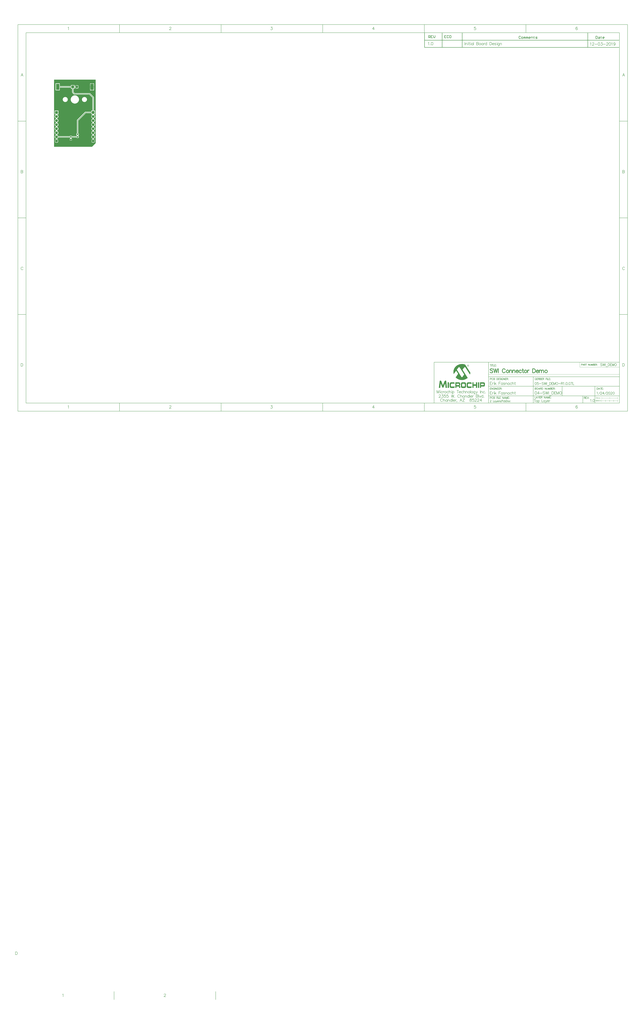
<source format=gtl>
G04 Layer_Physical_Order=1*
G04 Layer_Color=255*
%FSLAX43Y43*%
%MOMM*%
G71*
G01*
G75*
%ADD10R,2.030X3.800*%
G04:AMPARAMS|DCode=11|XSize=0.9mm|YSize=0.8mm|CornerRadius=0.2mm|HoleSize=0mm|Usage=FLASHONLY|Rotation=180.000|XOffset=0mm|YOffset=0mm|HoleType=Round|Shape=RoundedRectangle|*
%AMROUNDEDRECTD11*
21,1,0.900,0.400,0,0,180.0*
21,1,0.500,0.800,0,0,180.0*
1,1,0.400,-0.250,0.200*
1,1,0.400,0.250,0.200*
1,1,0.400,0.250,-0.200*
1,1,0.400,-0.250,-0.200*
%
%ADD11ROUNDEDRECTD11*%
%ADD12C,0.250*%
%ADD13C,0.178*%
%ADD14C,0.150*%
%ADD15C,0.100*%
%ADD16C,0.254*%
%ADD17C,0.127*%
%ADD18C,0.381*%
%ADD19C,0.178*%
%ADD20C,0.200*%
%ADD21C,1.700*%
%ADD22R,1.700X1.700*%
%ADD23R,1.700X1.700*%
G36*
X26490Y2751D02*
X24249Y510D01*
X510Y510D01*
X510Y42416D01*
X26490Y42416D01*
X26490Y2751D01*
X26490Y2751D02*
G37*
G36*
X259331Y-135559D02*
X259418Y-135574D01*
X259519Y-135617D01*
X259621Y-135690D01*
X259708Y-135791D01*
X259766Y-135922D01*
X259795Y-136096D01*
X259795Y-136125D01*
X259781Y-136183D01*
X259766Y-136270D01*
X259723Y-136386D01*
X259664Y-136488D01*
X259563Y-136575D01*
X259432Y-136648D01*
X259244Y-136677D01*
X259200Y-136677D01*
X259156Y-136662D01*
X259113Y-136648D01*
X258968Y-136604D01*
X258910Y-136560D01*
X258837Y-136502D01*
X258837Y-136488D01*
X258808Y-136473D01*
X258750Y-136386D01*
X258692Y-136256D01*
X258678Y-136183D01*
X258663Y-136096D01*
X258663Y-136081D01*
X258663Y-136052D01*
X258678Y-136009D01*
X258692Y-135965D01*
X258750Y-135835D01*
X258837Y-135704D01*
X258852Y-135690D01*
X258866Y-135675D01*
X258953Y-135617D01*
X259084Y-135574D01*
X259156Y-135544D01*
X259273Y-135544D01*
X259331Y-135559D01*
X259331Y-135559D02*
G37*
G36*
X255731Y-135066D02*
X255847Y-135066D01*
X255978Y-135080D01*
X256123Y-135109D01*
X256442Y-135153D01*
X256791Y-135225D01*
X257154Y-135327D01*
X257502Y-135472D01*
X260666Y-140508D01*
X260666Y-140523D01*
X260666Y-140552D01*
X260651Y-140595D01*
X260651Y-140668D01*
X260622Y-140842D01*
X260579Y-141060D01*
X260579Y-141074D01*
X260564Y-141103D01*
X260550Y-141176D01*
X260535Y-141248D01*
X260506Y-141335D01*
X260477Y-141452D01*
X260405Y-141684D01*
X257662Y-137373D01*
X257647Y-137359D01*
X257633Y-137315D01*
X257589Y-137272D01*
X257531Y-137199D01*
X257458Y-137141D01*
X257371Y-137097D01*
X257270Y-137054D01*
X257168Y-137039D01*
X257125Y-137039D01*
X257081Y-137054D01*
X257023Y-137083D01*
X256950Y-137112D01*
X256863Y-137170D01*
X256791Y-137257D01*
X256704Y-137359D01*
X255789Y-138621D01*
X259026Y-143716D01*
X259011Y-143730D01*
X258953Y-143774D01*
X258866Y-143846D01*
X258750Y-143933D01*
X258605Y-144035D01*
X258416Y-144151D01*
X258213Y-144282D01*
X257981Y-144398D01*
X257720Y-144528D01*
X257429Y-144659D01*
X257125Y-144775D01*
X256791Y-144877D01*
X256442Y-144964D01*
X256080Y-145036D01*
X255688Y-145080D01*
X255281Y-145094D01*
X255180Y-145094D01*
X255064Y-145080D01*
X254919Y-145065D01*
X254715Y-145036D01*
X254498Y-145007D01*
X254251Y-144949D01*
X253975Y-144891D01*
X253685Y-144804D01*
X253380Y-144688D01*
X253061Y-144557D01*
X252741Y-144398D01*
X252422Y-144209D01*
X252088Y-143991D01*
X251769Y-143730D01*
X251464Y-143440D01*
X252829Y-141553D01*
X252843Y-141539D01*
X252858Y-141481D01*
X252887Y-141393D01*
X252901Y-141321D01*
X252916Y-141248D01*
X252916Y-141219D01*
X252901Y-141147D01*
X252858Y-141016D01*
X252771Y-140856D01*
X251755Y-139274D01*
X250245Y-141364D01*
X250245Y-141350D01*
X250245Y-141335D01*
X250216Y-141248D01*
X250187Y-141132D01*
X250158Y-140958D01*
X250129Y-140755D01*
X250100Y-140523D01*
X250085Y-140261D01*
X250071Y-139986D01*
X250071Y-139957D01*
X250071Y-139899D01*
X250085Y-139797D01*
X250100Y-139652D01*
X250115Y-139492D01*
X250144Y-139289D01*
X250187Y-139071D01*
X250260Y-138825D01*
X250332Y-138563D01*
X250419Y-138302D01*
X250550Y-138012D01*
X250681Y-137736D01*
X250855Y-137446D01*
X251043Y-137155D01*
X251261Y-136880D01*
X251522Y-136604D01*
X251537Y-136589D01*
X251595Y-136531D01*
X251682Y-136459D01*
X251798Y-136357D01*
X251958Y-136241D01*
X252132Y-136111D01*
X252350Y-135965D01*
X252596Y-135820D01*
X252858Y-135675D01*
X253162Y-135544D01*
X253482Y-135414D01*
X253830Y-135298D01*
X254193Y-135196D01*
X254585Y-135124D01*
X254991Y-135066D01*
X255426Y-135051D01*
X255630Y-135051D01*
X255731Y-135066D01*
X255731Y-135066D02*
G37*
G36*
X260971Y-146517D02*
X261043Y-146531D01*
X261101Y-146546D01*
X261116Y-146546D01*
X261145Y-146560D01*
X261232Y-146604D01*
X261290Y-146647D01*
X261333Y-146705D01*
X261377Y-146792D01*
X261406Y-146880D01*
X261406Y-146894D01*
X261421Y-146909D01*
X261421Y-146952D01*
X261435Y-147025D01*
X261435Y-147097D01*
X261450Y-147184D01*
X261450Y-147300D01*
X261450Y-147431D01*
X259563Y-147388D01*
X259548Y-147388D01*
X259490Y-147402D01*
X259432Y-147417D01*
X259345Y-147475D01*
X259273Y-147547D01*
X259200Y-147678D01*
X259171Y-147750D01*
X259142Y-147852D01*
X259127Y-147954D01*
X259127Y-148084D01*
X259127Y-148462D01*
X259127Y-148476D01*
X259127Y-148491D01*
X259127Y-148563D01*
X259156Y-148679D01*
X259185Y-148810D01*
X259229Y-148941D01*
X259302Y-149042D01*
X259403Y-149129D01*
X259476Y-149144D01*
X259548Y-149158D01*
X261479Y-149158D01*
X261479Y-149187D01*
X261479Y-149245D01*
X261479Y-149332D01*
X261464Y-149448D01*
X261450Y-149565D01*
X261435Y-149681D01*
X261406Y-149768D01*
X261363Y-149840D01*
X261363Y-149855D01*
X261333Y-149869D01*
X261290Y-149898D01*
X261232Y-149927D01*
X261145Y-149971D01*
X261043Y-150000D01*
X260898Y-150014D01*
X260724Y-150029D01*
X259316Y-150029D01*
X259200Y-150014D01*
X259069Y-149985D01*
X258924Y-149942D01*
X258779Y-149869D01*
X258648Y-149782D01*
X258547Y-149666D01*
X258547Y-149652D01*
X258518Y-149608D01*
X258489Y-149550D01*
X258460Y-149448D01*
X258431Y-149332D01*
X258402Y-149173D01*
X258387Y-148999D01*
X258373Y-148795D01*
X258373Y-147765D01*
X258373Y-147750D01*
X258373Y-147721D01*
X258373Y-147678D01*
X258373Y-147620D01*
X258402Y-147475D01*
X258431Y-147300D01*
X258474Y-147112D01*
X258547Y-146923D01*
X258648Y-146763D01*
X258721Y-146705D01*
X258794Y-146647D01*
X258808Y-146647D01*
X258837Y-146618D01*
X258881Y-146604D01*
X258953Y-146575D01*
X259040Y-146546D01*
X259156Y-146531D01*
X259273Y-146502D01*
X260797Y-146502D01*
X260971Y-146517D01*
X260971Y-146517D02*
G37*
G36*
X264889Y-150000D02*
X264164Y-150000D01*
X264164Y-148694D01*
X262611Y-148694D01*
X262611Y-150000D01*
X261929Y-150000D01*
X261929Y-146546D01*
X262611Y-146546D01*
X262611Y-147765D01*
X264164Y-147765D01*
X264164Y-146546D01*
X264889Y-146546D01*
X264889Y-150000D01*
X264889Y-150000D02*
G37*
G36*
X245209Y-145414D02*
X245282Y-145428D01*
X245354Y-145472D01*
X245427Y-145530D01*
X245514Y-145631D01*
X245572Y-145762D01*
X245601Y-145936D01*
X246065Y-150000D01*
X245194Y-150000D01*
X244948Y-147083D01*
X244933Y-147083D01*
X244048Y-149419D01*
X244048Y-149434D01*
X244019Y-149477D01*
X243975Y-149550D01*
X243932Y-149608D01*
X243859Y-149681D01*
X243772Y-149753D01*
X243656Y-149797D01*
X243540Y-149811D01*
X243482Y-149811D01*
X243409Y-149797D01*
X243322Y-149768D01*
X243235Y-149710D01*
X243148Y-149652D01*
X243061Y-149550D01*
X243003Y-149419D01*
X242118Y-147126D01*
X242103Y-147126D01*
X241842Y-150000D01*
X241000Y-150000D01*
X241435Y-145893D01*
X241435Y-145878D01*
X241450Y-145820D01*
X241479Y-145733D01*
X241523Y-145646D01*
X241581Y-145559D01*
X241668Y-145472D01*
X241769Y-145414D01*
X241900Y-145399D01*
X241972Y-145399D01*
X242059Y-145428D01*
X242147Y-145457D01*
X242248Y-145515D01*
X242364Y-145588D01*
X242451Y-145704D01*
X242538Y-145864D01*
X243525Y-148374D01*
X243540Y-148374D01*
X244527Y-145864D01*
X244541Y-145849D01*
X244556Y-145791D01*
X244599Y-145718D01*
X244672Y-145631D01*
X244759Y-145544D01*
X244861Y-145472D01*
X244991Y-145414D01*
X245151Y-145399D01*
X245165Y-145399D01*
X245209Y-145414D01*
X245209Y-145414D02*
G37*
G36*
X269026Y-146560D02*
X269142Y-146575D01*
X269272Y-146618D01*
X269403Y-146691D01*
X269534Y-146792D01*
X269650Y-146938D01*
X269722Y-147126D01*
X269722Y-147141D01*
X269737Y-147170D01*
X269737Y-147213D01*
X269751Y-147286D01*
X269766Y-147373D01*
X269766Y-147475D01*
X269780Y-147605D01*
X269780Y-147736D01*
X269780Y-147997D01*
X269780Y-148026D01*
X269780Y-148099D01*
X269766Y-148215D01*
X269751Y-148345D01*
X269693Y-148636D01*
X269650Y-148781D01*
X269577Y-148897D01*
X269577Y-148911D01*
X269548Y-148926D01*
X269505Y-148970D01*
X269461Y-149013D01*
X269316Y-149086D01*
X269214Y-149115D01*
X269113Y-149129D01*
X267386Y-149129D01*
X267386Y-150000D01*
X266674Y-150000D01*
X266674Y-146546D01*
X268953Y-146546D01*
X269026Y-146560D01*
X269026Y-146560D02*
G37*
G36*
X266210Y-150000D02*
X265397Y-150000D01*
X265397Y-146546D01*
X266210Y-146546D01*
X266210Y-150000D01*
X266210Y-150000D02*
G37*
G36*
X253714Y-146560D02*
X253830Y-146604D01*
X253961Y-146676D01*
X254019Y-146734D01*
X254077Y-146792D01*
X254135Y-146880D01*
X254193Y-146981D01*
X254236Y-147097D01*
X254265Y-147242D01*
X254294Y-147388D01*
X254294Y-147576D01*
X254294Y-147779D01*
X254294Y-147794D01*
X254294Y-147808D01*
X254294Y-147896D01*
X254280Y-148012D01*
X254251Y-148157D01*
X254193Y-148316D01*
X254135Y-148447D01*
X254033Y-148578D01*
X253903Y-148650D01*
X253903Y-148665D01*
X253917Y-148665D01*
X253961Y-148694D01*
X254033Y-148737D01*
X254106Y-148795D01*
X254164Y-148897D01*
X254236Y-149028D01*
X254280Y-149202D01*
X254294Y-149419D01*
X254294Y-150000D01*
X253569Y-150000D01*
X253569Y-149594D01*
X253569Y-149579D01*
X253569Y-149550D01*
X253569Y-149492D01*
X253569Y-149434D01*
X253554Y-149318D01*
X253554Y-149260D01*
X253540Y-149231D01*
X253525Y-149216D01*
X253482Y-149158D01*
X253409Y-149115D01*
X253278Y-149100D01*
X252001Y-149100D01*
X252001Y-150000D01*
X251261Y-150000D01*
X251261Y-146546D01*
X253641Y-146546D01*
X253714Y-146560D01*
X253714Y-146560D02*
G37*
G36*
X247299Y-150000D02*
X246501Y-150000D01*
X246501Y-146546D01*
X247299Y-146546D01*
X247299Y-150000D01*
X247299Y-150000D02*
G37*
G36*
X257154Y-146517D02*
X257270Y-146546D01*
X257415Y-146575D01*
X257545Y-146633D01*
X257662Y-146720D01*
X257763Y-146822D01*
X257778Y-146836D01*
X257792Y-146880D01*
X257836Y-146952D01*
X257879Y-147054D01*
X257908Y-147184D01*
X257952Y-147344D01*
X257966Y-147533D01*
X257981Y-147750D01*
X257981Y-148781D01*
X257981Y-148795D01*
X257981Y-148824D01*
X257981Y-148868D01*
X257966Y-148941D01*
X257952Y-149100D01*
X257923Y-149289D01*
X257850Y-149492D01*
X257763Y-149681D01*
X257647Y-149840D01*
X257560Y-149913D01*
X257473Y-149956D01*
X257458Y-149956D01*
X257444Y-149971D01*
X257386Y-149985D01*
X257328Y-149985D01*
X257255Y-150000D01*
X257168Y-150014D01*
X256950Y-150029D01*
X255673Y-150029D01*
X255572Y-150014D01*
X255441Y-149985D01*
X255296Y-149942D01*
X255151Y-149884D01*
X255020Y-149811D01*
X254919Y-149695D01*
X254904Y-149681D01*
X254889Y-149637D01*
X254860Y-149565D01*
X254831Y-149477D01*
X254788Y-149347D01*
X254759Y-149187D01*
X254744Y-148999D01*
X254730Y-148781D01*
X254730Y-147750D01*
X254730Y-147736D01*
X254730Y-147707D01*
X254730Y-147649D01*
X254744Y-147591D01*
X254759Y-147417D01*
X254802Y-147213D01*
X254875Y-147010D01*
X254977Y-146807D01*
X255049Y-146734D01*
X255122Y-146662D01*
X255223Y-146604D01*
X255325Y-146560D01*
X255339Y-146560D01*
X255354Y-146546D01*
X255397Y-146546D01*
X255456Y-146531D01*
X255601Y-146517D01*
X255775Y-146502D01*
X257052Y-146502D01*
X257154Y-146517D01*
X257154Y-146517D02*
G37*
G36*
X250085Y-146517D02*
X250245Y-146517D01*
X250405Y-146531D01*
X250535Y-146560D01*
X250579Y-146575D01*
X250608Y-146589D01*
X250622Y-146589D01*
X250637Y-146618D01*
X250666Y-146662D01*
X250710Y-146734D01*
X250739Y-146836D01*
X250768Y-146981D01*
X250782Y-147155D01*
X250797Y-147388D01*
X248895Y-147388D01*
X248823Y-147402D01*
X248721Y-147446D01*
X248620Y-147533D01*
X248605Y-147562D01*
X248591Y-147591D01*
X248562Y-147649D01*
X248547Y-147721D01*
X248518Y-147823D01*
X248504Y-147939D01*
X248504Y-148084D01*
X248504Y-148462D01*
X248504Y-148476D01*
X248504Y-148520D01*
X248504Y-148592D01*
X248518Y-148679D01*
X248533Y-148853D01*
X248547Y-148926D01*
X248562Y-148984D01*
X248576Y-149013D01*
X248634Y-149071D01*
X248750Y-149129D01*
X248823Y-149144D01*
X248910Y-149158D01*
X250840Y-149158D01*
X250840Y-149173D01*
X250840Y-149245D01*
X250840Y-149332D01*
X250826Y-149434D01*
X250797Y-149652D01*
X250768Y-149739D01*
X250739Y-149811D01*
X250739Y-149826D01*
X250710Y-149840D01*
X250666Y-149884D01*
X250608Y-149913D01*
X250521Y-149956D01*
X250419Y-150000D01*
X250274Y-150014D01*
X250100Y-150029D01*
X248707Y-150029D01*
X248591Y-150014D01*
X248475Y-150000D01*
X248344Y-149956D01*
X248199Y-149913D01*
X248068Y-149840D01*
X247967Y-149753D01*
X247952Y-149739D01*
X247937Y-149695D01*
X247894Y-149623D01*
X247850Y-149521D01*
X247807Y-149390D01*
X247778Y-149216D01*
X247749Y-149013D01*
X247734Y-148781D01*
X247734Y-147750D01*
X247734Y-147736D01*
X247734Y-147707D01*
X247734Y-147649D01*
X247749Y-147576D01*
X247778Y-147388D01*
X247821Y-147184D01*
X247908Y-146967D01*
X248039Y-146763D01*
X248112Y-146691D01*
X248213Y-146618D01*
X248315Y-146560D01*
X248445Y-146531D01*
X248475Y-146531D01*
X248547Y-146517D01*
X248649Y-146502D01*
X249911Y-146502D01*
X250085Y-146517D01*
X250085Y-146517D02*
G37*
%LPC*%
G36*
X14920Y38954D02*
X14920Y38014D01*
X15860Y38014D01*
X15842Y38152D01*
X15731Y38419D01*
X15555Y38649D01*
X15325Y38825D01*
X15057Y38936D01*
X14920Y38954D01*
X14920Y38954D02*
G37*
G36*
X25515Y40014D02*
X24400Y40014D01*
X24400Y38014D01*
X25515Y38014D01*
X25515Y40014D01*
X25515Y40014D02*
G37*
G36*
X24100Y40014D02*
X22985Y40014D01*
X22985Y38014D01*
X24100Y38014D01*
X24100Y40014D01*
X24100Y40014D02*
G37*
G36*
X15860Y37715D02*
X14920Y37715D01*
X14920Y36775D01*
X15057Y36793D01*
X15325Y36904D01*
X15555Y37080D01*
X15731Y37310D01*
X15842Y37577D01*
X15860Y37715D01*
X15860Y37715D02*
G37*
G36*
X4065Y40064D02*
X1435Y40064D01*
X1435Y35665D01*
X4065Y35665D01*
X4065Y37431D01*
X11080Y37431D01*
X11080Y36715D01*
X11797Y36715D01*
X11797Y34520D01*
X11830Y34354D01*
X11924Y34214D01*
X12944Y33194D01*
X13084Y33100D01*
X13250Y33067D01*
X22621Y33067D01*
X24497Y31191D01*
X24497Y23040D01*
X23780Y23040D01*
X23780Y22323D01*
X20140Y22323D01*
X19974Y22290D01*
X19834Y22196D01*
X14909Y17272D01*
X14815Y17131D01*
X14782Y16966D01*
X14782Y8923D01*
X14770Y8921D01*
X14605Y8810D01*
X14495Y8645D01*
X14456Y8450D01*
X14456Y8050D01*
X14495Y7855D01*
X14605Y7690D01*
X14715Y7616D01*
X14742Y7472D01*
X14742Y7428D01*
X14715Y7284D01*
X14605Y7210D01*
X14520Y7083D01*
X11695Y7083D01*
X11610Y7210D01*
X11445Y7321D01*
X11250Y7360D01*
X10750Y7360D01*
X10555Y7321D01*
X10390Y7210D01*
X10305Y7083D01*
X3135Y7083D01*
X3075Y7230D01*
X2890Y7470D01*
X2650Y7655D01*
X2370Y7770D01*
X2370Y8070D01*
X2650Y8185D01*
X2890Y8370D01*
X3075Y8610D01*
X3190Y8890D01*
X3230Y9190D01*
X3190Y9490D01*
X3075Y9770D01*
X2890Y10010D01*
X2650Y10195D01*
X2370Y10310D01*
X2370Y10610D01*
X2650Y10725D01*
X2890Y10910D01*
X3075Y11150D01*
X3190Y11430D01*
X3230Y11730D01*
X3190Y12030D01*
X3075Y12310D01*
X2890Y12550D01*
X2650Y12735D01*
X2370Y12850D01*
X2370Y13150D01*
X2650Y13265D01*
X2890Y13450D01*
X3075Y13690D01*
X3190Y13970D01*
X3230Y14270D01*
X3190Y14570D01*
X3075Y14850D01*
X2890Y15090D01*
X2650Y15275D01*
X2370Y15390D01*
X2370Y15690D01*
X2650Y15805D01*
X2890Y15990D01*
X3075Y16230D01*
X3190Y16510D01*
X3230Y16810D01*
X3190Y17110D01*
X3075Y17390D01*
X2890Y17630D01*
X2650Y17815D01*
X2370Y17930D01*
X2370Y18230D01*
X2650Y18345D01*
X2890Y18530D01*
X3075Y18770D01*
X3190Y19050D01*
X3230Y19350D01*
X3190Y19650D01*
X3075Y19930D01*
X2890Y20170D01*
X2650Y20355D01*
X2444Y20440D01*
X2503Y20740D01*
X3220Y20740D01*
X3220Y23040D01*
X920Y23040D01*
X920Y20740D01*
X1637Y20740D01*
X1696Y20440D01*
X1490Y20355D01*
X1250Y20170D01*
X1065Y19930D01*
X950Y19650D01*
X910Y19350D01*
X950Y19050D01*
X1065Y18770D01*
X1250Y18530D01*
X1490Y18345D01*
X1770Y18230D01*
X1770Y17930D01*
X1490Y17815D01*
X1250Y17630D01*
X1065Y17390D01*
X950Y17110D01*
X910Y16810D01*
X950Y16510D01*
X1065Y16230D01*
X1250Y15990D01*
X1490Y15805D01*
X1770Y15690D01*
X1770Y15390D01*
X1490Y15275D01*
X1250Y15090D01*
X1065Y14850D01*
X950Y14570D01*
X910Y14270D01*
X950Y13970D01*
X1065Y13690D01*
X1250Y13450D01*
X1490Y13265D01*
X1770Y13150D01*
X1770Y12850D01*
X1490Y12735D01*
X1250Y12550D01*
X1065Y12310D01*
X950Y12030D01*
X910Y11730D01*
X950Y11430D01*
X1065Y11150D01*
X1250Y10910D01*
X1490Y10725D01*
X1770Y10610D01*
X1770Y10310D01*
X1490Y10195D01*
X1250Y10010D01*
X1065Y9770D01*
X950Y9490D01*
X910Y9190D01*
X950Y8890D01*
X1065Y8610D01*
X1250Y8370D01*
X1490Y8185D01*
X1770Y8070D01*
X1770Y7770D01*
X1490Y7655D01*
X1250Y7470D01*
X1065Y7230D01*
X950Y6950D01*
X910Y6650D01*
X950Y6350D01*
X1065Y6070D01*
X1250Y5830D01*
X1490Y5645D01*
X1770Y5530D01*
X1894Y5513D01*
X1948Y5506D01*
X1948Y5203D01*
X1894Y5196D01*
X1783Y5182D01*
X1515Y5071D01*
X1285Y4895D01*
X1109Y4665D01*
X998Y4397D01*
X980Y4260D01*
X2070Y4260D01*
X3160Y4260D01*
X3142Y4397D01*
X3031Y4665D01*
X2855Y4895D01*
X2625Y5071D01*
X2357Y5182D01*
X2246Y5196D01*
X2192Y5203D01*
X2192Y5506D01*
X2246Y5513D01*
X2370Y5530D01*
X2650Y5645D01*
X2890Y5830D01*
X3075Y6070D01*
X3135Y6217D01*
X10305Y6217D01*
X10390Y6090D01*
X10555Y5979D01*
X10563Y5977D01*
X10574Y5696D01*
X10569Y5670D01*
X10426Y5574D01*
X10326Y5426D01*
X10291Y5250D01*
X10291Y5200D01*
X11709Y5200D01*
X11709Y5250D01*
X11674Y5426D01*
X11574Y5574D01*
X11431Y5670D01*
X11426Y5696D01*
X11437Y5977D01*
X11445Y5979D01*
X11610Y6090D01*
X11695Y6217D01*
X14520Y6217D01*
X14605Y6090D01*
X14770Y5979D01*
X14966Y5940D01*
X15466Y5940D01*
X15661Y5979D01*
X15826Y6090D01*
X15937Y6255D01*
X15975Y6450D01*
X15975Y6850D01*
X15937Y7045D01*
X15826Y7210D01*
X15716Y7284D01*
X15689Y7428D01*
X15689Y7472D01*
X15716Y7616D01*
X15826Y7690D01*
X15937Y7855D01*
X15975Y8050D01*
X15975Y8450D01*
X15937Y8645D01*
X15826Y8810D01*
X15661Y8921D01*
X15649Y8923D01*
X15649Y16786D01*
X20319Y21457D01*
X23780Y21457D01*
X23780Y20740D01*
X24497Y20740D01*
X24556Y20440D01*
X24350Y20355D01*
X24110Y20170D01*
X23925Y19930D01*
X23810Y19650D01*
X23770Y19350D01*
X23810Y19050D01*
X23925Y18770D01*
X24110Y18530D01*
X24350Y18345D01*
X24630Y18230D01*
X24630Y17930D01*
X24350Y17815D01*
X24110Y17630D01*
X23925Y17390D01*
X23810Y17110D01*
X23770Y16810D01*
X23810Y16510D01*
X23925Y16230D01*
X24110Y15990D01*
X24350Y15805D01*
X24630Y15690D01*
X24630Y15390D01*
X24350Y15275D01*
X24110Y15090D01*
X23925Y14850D01*
X23810Y14570D01*
X23770Y14270D01*
X23810Y13970D01*
X23925Y13690D01*
X24110Y13450D01*
X24350Y13265D01*
X24630Y13150D01*
X24630Y12850D01*
X24350Y12735D01*
X24110Y12550D01*
X23925Y12310D01*
X23810Y12030D01*
X23770Y11730D01*
X23810Y11430D01*
X23925Y11150D01*
X24110Y10910D01*
X24350Y10725D01*
X24630Y10610D01*
X24630Y10310D01*
X24350Y10195D01*
X24110Y10010D01*
X23925Y9770D01*
X23810Y9490D01*
X23770Y9190D01*
X23810Y8890D01*
X23925Y8610D01*
X24110Y8370D01*
X24350Y8185D01*
X24630Y8070D01*
X24630Y7770D01*
X24350Y7655D01*
X24110Y7470D01*
X23925Y7230D01*
X23810Y6950D01*
X23770Y6650D01*
X23810Y6350D01*
X23925Y6070D01*
X24110Y5830D01*
X24350Y5645D01*
X24630Y5530D01*
X24754Y5513D01*
X24808Y5506D01*
X24808Y5203D01*
X24754Y5196D01*
X24643Y5182D01*
X24375Y5071D01*
X24145Y4895D01*
X23969Y4665D01*
X23858Y4397D01*
X23840Y4260D01*
X24930Y4260D01*
X26020Y4260D01*
X26002Y4397D01*
X25891Y4665D01*
X25715Y4895D01*
X25485Y5071D01*
X25217Y5182D01*
X25106Y5196D01*
X25052Y5203D01*
X25052Y5506D01*
X25106Y5513D01*
X25230Y5530D01*
X25510Y5645D01*
X25750Y5830D01*
X25935Y6070D01*
X26050Y6350D01*
X26090Y6650D01*
X26050Y6950D01*
X25935Y7230D01*
X25750Y7470D01*
X25510Y7655D01*
X25230Y7770D01*
X25230Y8070D01*
X25510Y8185D01*
X25750Y8370D01*
X25935Y8610D01*
X26050Y8890D01*
X26090Y9190D01*
X26050Y9490D01*
X25935Y9770D01*
X25750Y10010D01*
X25510Y10195D01*
X25230Y10310D01*
X25230Y10610D01*
X25510Y10725D01*
X25750Y10910D01*
X25935Y11150D01*
X26050Y11430D01*
X26090Y11730D01*
X26050Y12030D01*
X25935Y12310D01*
X25750Y12550D01*
X25510Y12735D01*
X25230Y12850D01*
X25230Y13150D01*
X25510Y13265D01*
X25750Y13450D01*
X25935Y13690D01*
X26050Y13970D01*
X26090Y14270D01*
X26050Y14570D01*
X25935Y14850D01*
X25750Y15090D01*
X25510Y15275D01*
X25230Y15390D01*
X25230Y15690D01*
X25510Y15805D01*
X25750Y15990D01*
X25935Y16230D01*
X26050Y16510D01*
X26090Y16810D01*
X26050Y17110D01*
X25935Y17390D01*
X25750Y17630D01*
X25510Y17815D01*
X25230Y17930D01*
X25230Y18230D01*
X25510Y18345D01*
X25750Y18530D01*
X25935Y18770D01*
X26050Y19050D01*
X26090Y19350D01*
X26050Y19650D01*
X25935Y19930D01*
X25750Y20170D01*
X25510Y20355D01*
X25304Y20440D01*
X25363Y20740D01*
X26080Y20740D01*
X26080Y23040D01*
X25363Y23040D01*
X25363Y31370D01*
X25330Y31536D01*
X25236Y31676D01*
X23106Y33806D01*
X22966Y33900D01*
X22800Y33933D01*
X13429Y33933D01*
X12663Y34699D01*
X12663Y36715D01*
X13380Y36715D01*
X13380Y37629D01*
X13645Y37714D01*
X13668Y37716D01*
X13698Y37577D01*
X13751Y37450D01*
X13809Y37310D01*
X13985Y37080D01*
X14215Y36904D01*
X14483Y36793D01*
X14620Y36775D01*
X14620Y37864D01*
X14620Y38954D01*
X14483Y38936D01*
X14215Y38825D01*
X13985Y38649D01*
X13809Y38419D01*
X13698Y38152D01*
X13668Y38013D01*
X13645Y38015D01*
X13380Y38100D01*
X13380Y39014D01*
X11080Y39014D01*
X11080Y38298D01*
X4065Y38298D01*
X4065Y40064D01*
X4065Y40064D02*
G37*
G36*
X25515Y37714D02*
X24400Y37714D01*
X24400Y35714D01*
X25515Y35714D01*
X25515Y37714D01*
X25515Y37714D02*
G37*
G36*
X24100Y37714D02*
X22985Y37714D01*
X22985Y35714D01*
X24100Y35714D01*
X24100Y37714D01*
X24100Y37714D02*
G37*
G36*
X19603Y31560D02*
X19397Y31560D01*
X19347Y31550D01*
X19297Y31550D01*
X19094Y31510D01*
X19048Y31490D01*
X18999Y31481D01*
X18808Y31401D01*
X18766Y31374D01*
X18719Y31354D01*
X18547Y31239D01*
X18512Y31204D01*
X18470Y31176D01*
X18324Y31030D01*
X18296Y30988D01*
X18261Y30953D01*
X18146Y30781D01*
X18126Y30734D01*
X18099Y30692D01*
X18019Y30501D01*
X18010Y30452D01*
X17990Y30406D01*
X17950Y30203D01*
X17950Y30153D01*
X17940Y30103D01*
X17940Y29897D01*
X17950Y29847D01*
X17950Y29797D01*
X17990Y29594D01*
X18010Y29548D01*
X18019Y29499D01*
X18099Y29308D01*
X18126Y29266D01*
X18146Y29219D01*
X18261Y29047D01*
X18296Y29012D01*
X18324Y28970D01*
X18470Y28824D01*
X18512Y28796D01*
X18547Y28761D01*
X18719Y28646D01*
X18766Y28626D01*
X18808Y28599D01*
X18999Y28519D01*
X19048Y28510D01*
X19094Y28490D01*
X19297Y28450D01*
X19347Y28450D01*
X19397Y28440D01*
X19603Y28440D01*
X19653Y28450D01*
X19703Y28450D01*
X19906Y28490D01*
X19952Y28510D01*
X20001Y28519D01*
X20192Y28599D01*
X20234Y28626D01*
X20281Y28646D01*
X20453Y28761D01*
X20488Y28796D01*
X20530Y28824D01*
X20676Y28970D01*
X20704Y29012D01*
X20739Y29047D01*
X20854Y29219D01*
X20874Y29266D01*
X20901Y29308D01*
X20981Y29499D01*
X20990Y29548D01*
X21010Y29594D01*
X21050Y29797D01*
X21050Y29847D01*
X21060Y29897D01*
X21060Y30103D01*
X21050Y30153D01*
X21050Y30203D01*
X21010Y30406D01*
X20990Y30452D01*
X20981Y30501D01*
X20901Y30692D01*
X20874Y30734D01*
X20854Y30781D01*
X20739Y30953D01*
X20704Y30988D01*
X20676Y31030D01*
X20530Y31176D01*
X20488Y31204D01*
X20453Y31239D01*
X20281Y31354D01*
X20234Y31374D01*
X20192Y31401D01*
X20001Y31481D01*
X19952Y31490D01*
X19906Y31510D01*
X19703Y31550D01*
X19653Y31550D01*
X19603Y31560D01*
X19603Y31560D02*
G37*
G36*
X7603Y31560D02*
X7397Y31560D01*
X7347Y31550D01*
X7297Y31550D01*
X7094Y31510D01*
X7048Y31490D01*
X6999Y31481D01*
X6808Y31401D01*
X6766Y31374D01*
X6719Y31354D01*
X6547Y31239D01*
X6512Y31204D01*
X6470Y31176D01*
X6324Y31030D01*
X6296Y30988D01*
X6261Y30953D01*
X6146Y30781D01*
X6126Y30734D01*
X6099Y30692D01*
X6019Y30501D01*
X6010Y30452D01*
X5990Y30406D01*
X5950Y30203D01*
X5950Y30153D01*
X5940Y30103D01*
X5940Y29897D01*
X5950Y29847D01*
X5950Y29797D01*
X5990Y29594D01*
X6010Y29548D01*
X6019Y29499D01*
X6099Y29308D01*
X6126Y29266D01*
X6146Y29219D01*
X6261Y29047D01*
X6296Y29012D01*
X6324Y28970D01*
X6470Y28824D01*
X6512Y28796D01*
X6547Y28761D01*
X6719Y28646D01*
X6766Y28626D01*
X6808Y28599D01*
X6999Y28519D01*
X7048Y28510D01*
X7094Y28490D01*
X7297Y28450D01*
X7347Y28450D01*
X7397Y28440D01*
X7603Y28440D01*
X7653Y28450D01*
X7703Y28450D01*
X7906Y28490D01*
X7952Y28510D01*
X8001Y28519D01*
X8192Y28599D01*
X8234Y28626D01*
X8281Y28646D01*
X8453Y28761D01*
X8488Y28796D01*
X8530Y28824D01*
X8676Y28970D01*
X8704Y29012D01*
X8739Y29047D01*
X8854Y29219D01*
X8874Y29266D01*
X8901Y29308D01*
X8981Y29499D01*
X8990Y29548D01*
X9010Y29594D01*
X9050Y29797D01*
X9050Y29847D01*
X9060Y29897D01*
X9060Y30103D01*
X9050Y30153D01*
X9050Y30203D01*
X9010Y30406D01*
X8990Y30452D01*
X8981Y30501D01*
X8901Y30692D01*
X8874Y30734D01*
X8854Y30781D01*
X8739Y30953D01*
X8704Y30988D01*
X8676Y31030D01*
X8530Y31176D01*
X8488Y31204D01*
X8453Y31239D01*
X8281Y31354D01*
X8234Y31374D01*
X8192Y31401D01*
X8001Y31481D01*
X7952Y31490D01*
X7906Y31510D01*
X7703Y31550D01*
X7653Y31550D01*
X7603Y31560D01*
X7603Y31560D02*
G37*
G36*
X13702Y32560D02*
X13298Y32560D01*
X13249Y32550D01*
X13199Y32550D01*
X12803Y32471D01*
X12756Y32452D01*
X12707Y32442D01*
X12334Y32288D01*
X12292Y32260D01*
X12246Y32241D01*
X11910Y32016D01*
X11874Y31981D01*
X11833Y31953D01*
X11547Y31667D01*
X11519Y31626D01*
X11484Y31590D01*
X11259Y31254D01*
X11240Y31208D01*
X11212Y31166D01*
X11058Y30793D01*
X11048Y30744D01*
X11029Y30697D01*
X10950Y30301D01*
X10950Y30251D01*
X10940Y30202D01*
X10940Y29798D01*
X10950Y29749D01*
X10950Y29699D01*
X11029Y29303D01*
X11048Y29256D01*
X11058Y29207D01*
X11212Y28834D01*
X11240Y28792D01*
X11259Y28746D01*
X11484Y28410D01*
X11519Y28374D01*
X11547Y28333D01*
X11833Y28047D01*
X11874Y28019D01*
X11910Y27984D01*
X12246Y27759D01*
X12292Y27740D01*
X12334Y27712D01*
X12707Y27558D01*
X12756Y27548D01*
X12803Y27529D01*
X13199Y27450D01*
X13249Y27450D01*
X13298Y27440D01*
X13702Y27440D01*
X13751Y27450D01*
X13801Y27450D01*
X14197Y27529D01*
X14244Y27548D01*
X14293Y27558D01*
X14666Y27712D01*
X14708Y27740D01*
X14754Y27759D01*
X15090Y27984D01*
X15126Y28019D01*
X15167Y28047D01*
X15453Y28333D01*
X15481Y28374D01*
X15516Y28410D01*
X15741Y28746D01*
X15760Y28792D01*
X15788Y28834D01*
X15942Y29207D01*
X15952Y29256D01*
X15971Y29303D01*
X16050Y29699D01*
X16050Y29749D01*
X16060Y29798D01*
X16060Y30202D01*
X16050Y30251D01*
X16050Y30301D01*
X15971Y30697D01*
X15952Y30744D01*
X15942Y30793D01*
X15788Y31166D01*
X15760Y31208D01*
X15741Y31254D01*
X15516Y31590D01*
X15481Y31626D01*
X15453Y31667D01*
X15167Y31953D01*
X15126Y31981D01*
X15090Y32016D01*
X14754Y32241D01*
X14708Y32260D01*
X14666Y32288D01*
X14293Y32442D01*
X14244Y32452D01*
X14197Y32471D01*
X13801Y32550D01*
X13751Y32550D01*
X13702Y32560D01*
X13702Y32560D02*
G37*
G36*
X11709Y4900D02*
X11150Y4900D01*
X11150Y4391D01*
X11250Y4391D01*
X11426Y4426D01*
X11574Y4526D01*
X11674Y4674D01*
X11709Y4850D01*
X11709Y4900D01*
X11709Y4900D02*
G37*
G36*
X10850Y4900D02*
X10291Y4900D01*
X10291Y4850D01*
X10326Y4674D01*
X10426Y4526D01*
X10574Y4426D01*
X10750Y4391D01*
X10850Y4391D01*
X10850Y4900D01*
X10850Y4900D02*
G37*
G36*
X1920Y3960D02*
X980Y3960D01*
X998Y3823D01*
X1109Y3555D01*
X1285Y3325D01*
X1515Y3149D01*
X1783Y3038D01*
X1920Y3020D01*
X1920Y3960D01*
X1920Y3960D02*
G37*
G36*
X24780Y3960D02*
X23840Y3960D01*
X23858Y3823D01*
X23969Y3555D01*
X24145Y3325D01*
X24375Y3149D01*
X24643Y3038D01*
X24780Y3020D01*
X24780Y3960D01*
X24780Y3960D02*
G37*
G36*
X26020Y3960D02*
X25080Y3960D01*
X25080Y3020D01*
X25217Y3038D01*
X25485Y3149D01*
X25715Y3325D01*
X25891Y3555D01*
X26002Y3823D01*
X26020Y3960D01*
X26020Y3960D02*
G37*
G36*
X3160Y3960D02*
X2220Y3960D01*
X2220Y3020D01*
X2357Y3038D01*
X2625Y3149D01*
X2855Y3325D01*
X3031Y3555D01*
X3142Y3823D01*
X3160Y3960D01*
X3160Y3960D02*
G37*
G36*
X259244Y-135646D02*
X259171Y-135646D01*
X259084Y-135675D01*
X258997Y-135704D01*
X258910Y-135762D01*
X258823Y-135835D01*
X258765Y-135951D01*
X258750Y-136096D01*
X258750Y-136111D01*
X258750Y-136125D01*
X258765Y-136212D01*
X258808Y-136328D01*
X258895Y-136444D01*
X258924Y-136473D01*
X258997Y-136517D01*
X259098Y-136560D01*
X259244Y-136589D01*
X259258Y-136589D01*
X259316Y-136575D01*
X259389Y-136560D01*
X259476Y-136531D01*
X259563Y-136473D01*
X259635Y-136386D01*
X259693Y-136256D01*
X259708Y-136096D01*
X259708Y-136081D01*
X259708Y-136023D01*
X259679Y-135951D01*
X259650Y-135864D01*
X259592Y-135791D01*
X259519Y-135719D01*
X259403Y-135661D01*
X259244Y-135646D01*
X259244Y-135646D02*
G37*
%LPD*%
G36*
X259374Y-135806D02*
X259447Y-135849D01*
X259476Y-135907D01*
X259490Y-135965D01*
X259490Y-135980D01*
X259490Y-135994D01*
X259476Y-136067D01*
X259418Y-136125D01*
X259374Y-136154D01*
X259316Y-136169D01*
X259505Y-136444D01*
X259389Y-136444D01*
X259215Y-136169D01*
X259113Y-136169D01*
X259113Y-136444D01*
X259011Y-136444D01*
X259011Y-135777D01*
X259287Y-135777D01*
X259374Y-135806D01*
X259374Y-135806D02*
G37*
%LPC*%
G36*
X259273Y-135864D02*
X259113Y-135864D01*
X259113Y-136081D01*
X259287Y-136081D01*
X259331Y-136067D01*
X259360Y-136038D01*
X259374Y-135965D01*
X259374Y-135951D01*
X259360Y-135907D01*
X259331Y-135878D01*
X259273Y-135864D01*
X259273Y-135864D02*
G37*
G36*
X253598Y-137025D02*
X253554Y-137025D01*
X253511Y-137039D01*
X253438Y-137068D01*
X253366Y-137097D01*
X253293Y-137155D01*
X253206Y-137243D01*
X253119Y-137344D01*
X252219Y-138607D01*
X254919Y-142874D01*
X254933Y-142888D01*
X254962Y-142932D01*
X255006Y-143004D01*
X255064Y-143063D01*
X255136Y-143135D01*
X255209Y-143208D01*
X255296Y-143251D01*
X255368Y-143266D01*
X255412Y-143266D01*
X255470Y-143251D01*
X255528Y-143222D01*
X255601Y-143193D01*
X255688Y-143150D01*
X255760Y-143077D01*
X255833Y-142975D01*
X256776Y-141626D01*
X254077Y-137359D01*
X254062Y-137344D01*
X254033Y-137301D01*
X253990Y-137257D01*
X253932Y-137185D01*
X253859Y-137126D01*
X253786Y-137083D01*
X253699Y-137039D01*
X253598Y-137025D01*
X253598Y-137025D02*
G37*
G36*
X268750Y-147373D02*
X267386Y-147373D01*
X267386Y-148258D01*
X268837Y-148258D01*
X268866Y-148244D01*
X268910Y-148215D01*
X268953Y-148171D01*
X268997Y-148099D01*
X269011Y-148012D01*
X269026Y-147896D01*
X269026Y-147765D01*
X269026Y-147750D01*
X269026Y-147707D01*
X269011Y-147634D01*
X268997Y-147562D01*
X268953Y-147504D01*
X268910Y-147431D01*
X268837Y-147388D01*
X268750Y-147373D01*
X268750Y-147373D02*
G37*
G36*
X253249Y-147373D02*
X252001Y-147373D01*
X252001Y-148244D01*
X253366Y-148244D01*
X253409Y-148229D01*
X253467Y-148200D01*
X253525Y-148157D01*
X253569Y-148084D01*
X253598Y-147997D01*
X253612Y-147866D01*
X253612Y-147765D01*
X253612Y-147750D01*
X253612Y-147707D01*
X253598Y-147634D01*
X253569Y-147562D01*
X253525Y-147504D01*
X253453Y-147431D01*
X253366Y-147388D01*
X253249Y-147373D01*
X253249Y-147373D02*
G37*
G36*
X256849Y-147373D02*
X255891Y-147373D01*
X255804Y-147388D01*
X255688Y-147446D01*
X255630Y-147475D01*
X255586Y-147533D01*
X255572Y-147562D01*
X255557Y-147605D01*
X255543Y-147663D01*
X255514Y-147736D01*
X255499Y-147837D01*
X255485Y-147954D01*
X255485Y-148084D01*
X255485Y-148462D01*
X255485Y-148476D01*
X255485Y-148520D01*
X255485Y-148592D01*
X255499Y-148679D01*
X255514Y-148853D01*
X255528Y-148941D01*
X255557Y-149013D01*
X255572Y-149042D01*
X255630Y-149086D01*
X255731Y-149129D01*
X255876Y-149158D01*
X256820Y-149158D01*
X256878Y-149144D01*
X256950Y-149115D01*
X257038Y-149071D01*
X257110Y-148984D01*
X257183Y-148868D01*
X257241Y-148694D01*
X257255Y-148578D01*
X257255Y-148462D01*
X257255Y-148084D01*
X257255Y-148070D01*
X257255Y-148026D01*
X257255Y-147954D01*
X257241Y-147866D01*
X257197Y-147692D01*
X257154Y-147605D01*
X257110Y-147533D01*
X257110Y-147518D01*
X257081Y-147504D01*
X257023Y-147446D01*
X256921Y-147402D01*
X256849Y-147373D01*
X256849Y-147373D02*
G37*
%LPD*%
D10*
X24250Y37864D02*
D03*
X2750Y37864D02*
D03*
D11*
X15216Y8250D02*
D03*
X15216Y6650D02*
D03*
X11000Y5050D02*
D03*
X11000Y6650D02*
D03*
D12*
X14770Y37864D02*
X14771Y37864D01*
X24250Y37864D01*
X12230Y34520D02*
X12230Y37864D01*
X2750Y37864D02*
X12230Y37864D01*
X15216Y8250D02*
X15216Y16966D01*
X11000Y6650D02*
X15216Y6650D01*
X2070Y6650D02*
X11000Y6650D01*
X13400Y4110D02*
X24930Y4110D01*
X2070Y4110D02*
X8610Y4110D01*
X24930Y21890D02*
X24930Y31370D01*
X20140Y21890D02*
X24930Y21890D01*
X15216Y16966D02*
X20140Y21890D01*
X8610Y4110D02*
X9550Y5050D01*
X11000Y5050D01*
X12460Y5050D02*
X13400Y4110D01*
X11000Y5050D02*
X12460Y5050D01*
X22800Y33500D02*
X24930Y31370D01*
X13250Y33500D02*
X22800Y33500D01*
X12230Y34520D02*
X13250Y33500D01*
X11000Y6650D02*
X11000Y6650D01*
D13*
X335678Y-157358D02*
X335821Y-157287D01*
X336035Y-157073D01*
X336035Y-158572D01*
X336849Y-158429D02*
X336778Y-158501D01*
X336849Y-158572D01*
X336920Y-158501D01*
X336849Y-158429D01*
X337677Y-157073D02*
X337463Y-157144D01*
X337320Y-157358D01*
X337249Y-157715D01*
X337249Y-157930D01*
X337320Y-158287D01*
X337463Y-158501D01*
X337677Y-158572D01*
X337820Y-158572D01*
X338034Y-158501D01*
X338177Y-158287D01*
X338249Y-157930D01*
X338249Y-157715D01*
X338177Y-157358D01*
X338034Y-157144D01*
X337820Y-157073D01*
X337677Y-157073D01*
X9176Y74937D02*
X9345Y75022D01*
X9599Y75276D01*
X9599Y73498D01*
X72650Y74852D02*
X72650Y74937D01*
X72735Y75106D01*
X72820Y75191D01*
X72989Y75276D01*
X73328Y75276D01*
X73497Y75191D01*
X73582Y75106D01*
X73666Y74937D01*
X73666Y74768D01*
X73582Y74598D01*
X73412Y74344D01*
X72566Y73498D01*
X73751Y73498D01*
X135964Y75276D02*
X136896Y75276D01*
X136388Y74598D01*
X136642Y74598D01*
X136811Y74514D01*
X136896Y74429D01*
X136980Y74175D01*
X136980Y74006D01*
X136896Y73752D01*
X136726Y73583D01*
X136472Y73498D01*
X136218Y73498D01*
X135964Y73583D01*
X135880Y73667D01*
X135795Y73837D01*
X200311Y75276D02*
X199464Y74091D01*
X200734Y74091D01*
X200311Y75276D02*
X200311Y73498D01*
X263955Y75276D02*
X263108Y75276D01*
X263023Y74514D01*
X263108Y74598D01*
X263362Y74683D01*
X263616Y74683D01*
X263870Y74598D01*
X264039Y74429D01*
X264124Y74175D01*
X264124Y74006D01*
X264039Y73752D01*
X263870Y73583D01*
X263616Y73498D01*
X263362Y73498D01*
X263108Y73583D01*
X263023Y73667D01*
X262939Y73837D01*
X327582Y75022D02*
X327497Y75191D01*
X327243Y75276D01*
X327074Y75276D01*
X326820Y75191D01*
X326650Y74937D01*
X326566Y74514D01*
X326566Y74091D01*
X326650Y73752D01*
X326820Y73583D01*
X327074Y73498D01*
X327158Y73498D01*
X327412Y73583D01*
X327582Y73752D01*
X327666Y74006D01*
X327666Y74091D01*
X327582Y74344D01*
X327412Y74514D01*
X327158Y74598D01*
X327074Y74598D01*
X326820Y74514D01*
X326650Y74344D01*
X326566Y74091D01*
X357079Y44466D02*
X356402Y46243D01*
X355725Y44466D01*
X355979Y45058D02*
X356825Y45058D01*
X355725Y-14209D02*
X355725Y-15986D01*
X355725Y-14209D02*
X356487Y-14209D01*
X356741Y-14293D01*
X356825Y-14378D01*
X356910Y-14547D01*
X356910Y-14716D01*
X356825Y-14886D01*
X356741Y-14970D01*
X356487Y-15055D01*
X355725Y-15055D02*
X356487Y-15055D01*
X356741Y-15140D01*
X356825Y-15224D01*
X356910Y-15394D01*
X356910Y-15648D01*
X356825Y-15817D01*
X356741Y-15902D01*
X356487Y-15986D01*
X355725Y-15986D01*
X356995Y-74957D02*
X356910Y-74788D01*
X356741Y-74618D01*
X356572Y-74534D01*
X356233Y-74534D01*
X356064Y-74618D01*
X355894Y-74788D01*
X355810Y-74957D01*
X355725Y-75211D01*
X355725Y-75634D01*
X355810Y-75888D01*
X355894Y-76057D01*
X356064Y-76227D01*
X356233Y-76311D01*
X356572Y-76311D01*
X356741Y-76227D01*
X356910Y-76057D01*
X356995Y-75888D01*
X355725Y-134732D02*
X355725Y-136509D01*
X355725Y-134732D02*
X356318Y-134732D01*
X356572Y-134816D01*
X356741Y-134986D01*
X356825Y-135155D01*
X356910Y-135409D01*
X356910Y-135832D01*
X356825Y-136086D01*
X356741Y-136255D01*
X356572Y-136425D01*
X356318Y-136509D01*
X355725Y-136509D01*
X-18841Y44466D02*
X-19518Y46243D01*
X-20195Y44466D01*
X-19941Y45058D02*
X-19095Y45058D01*
X-20195Y-14209D02*
X-20195Y-15986D01*
X-20195Y-14209D02*
X-19433Y-14209D01*
X-19179Y-14293D01*
X-19095Y-14378D01*
X-19010Y-14547D01*
X-19010Y-14716D01*
X-19095Y-14886D01*
X-19179Y-14970D01*
X-19433Y-15055D01*
X-20195Y-15055D02*
X-19433Y-15055D01*
X-19179Y-15140D01*
X-19095Y-15224D01*
X-19010Y-15394D01*
X-19010Y-15648D01*
X-19095Y-15817D01*
X-19179Y-15902D01*
X-19433Y-15986D01*
X-20195Y-15986D01*
X-18925Y-74957D02*
X-19010Y-74788D01*
X-19179Y-74618D01*
X-19348Y-74534D01*
X-19687Y-74534D01*
X-19856Y-74618D01*
X-20026Y-74788D01*
X-20110Y-74957D01*
X-20195Y-75211D01*
X-20195Y-75634D01*
X-20110Y-75888D01*
X-20026Y-76057D01*
X-19856Y-76227D01*
X-19687Y-76311D01*
X-19348Y-76311D01*
X-19179Y-76227D01*
X-19010Y-76057D01*
X-18925Y-75888D01*
X-20195Y-134732D02*
X-20195Y-136509D01*
X-20195Y-134732D02*
X-19602Y-134732D01*
X-19348Y-134816D01*
X-19179Y-134986D01*
X-19095Y-135155D01*
X-19010Y-135409D01*
X-19010Y-135832D01*
X-19095Y-136086D01*
X-19179Y-136255D01*
X-19348Y-136425D01*
X-19602Y-136509D01*
X-20195Y-136509D01*
X9176Y-161283D02*
X9345Y-161198D01*
X9599Y-160944D01*
X9599Y-162722D01*
X72650Y-161368D02*
X72650Y-161283D01*
X72735Y-161114D01*
X72820Y-161029D01*
X72989Y-160944D01*
X73328Y-160944D01*
X73497Y-161029D01*
X73582Y-161114D01*
X73666Y-161283D01*
X73666Y-161452D01*
X73582Y-161622D01*
X73412Y-161876D01*
X72566Y-162722D01*
X73751Y-162722D01*
X135964Y-160944D02*
X136896Y-160944D01*
X136388Y-161622D01*
X136642Y-161622D01*
X136811Y-161706D01*
X136896Y-161791D01*
X136980Y-162045D01*
X136980Y-162214D01*
X136896Y-162468D01*
X136726Y-162637D01*
X136472Y-162722D01*
X136218Y-162722D01*
X135964Y-162637D01*
X135880Y-162553D01*
X135795Y-162383D01*
X200311Y-160944D02*
X199464Y-162129D01*
X200734Y-162129D01*
X200311Y-160944D02*
X200311Y-162722D01*
X263955Y-160944D02*
X263108Y-160944D01*
X263023Y-161706D01*
X263108Y-161622D01*
X263362Y-161537D01*
X263616Y-161537D01*
X263870Y-161622D01*
X264039Y-161791D01*
X264124Y-162045D01*
X264124Y-162214D01*
X264039Y-162468D01*
X263870Y-162637D01*
X263616Y-162722D01*
X263362Y-162722D01*
X263108Y-162637D01*
X263023Y-162553D01*
X262939Y-162383D01*
X327582Y-161198D02*
X327497Y-161029D01*
X327243Y-160944D01*
X327074Y-160944D01*
X326820Y-161029D01*
X326650Y-161283D01*
X326566Y-161706D01*
X326566Y-162129D01*
X326650Y-162468D01*
X326820Y-162637D01*
X327074Y-162722D01*
X327158Y-162722D01*
X327412Y-162637D01*
X327582Y-162468D01*
X327666Y-162214D01*
X327666Y-162129D01*
X327582Y-161876D01*
X327412Y-161706D01*
X327158Y-161622D01*
X327074Y-161622D01*
X326820Y-161706D01*
X326650Y-161876D01*
X326566Y-162129D01*
X243270Y-157146D02*
X243185Y-156976D01*
X243016Y-156807D01*
X242846Y-156722D01*
X242508Y-156722D01*
X242339Y-156807D01*
X242169Y-156976D01*
X242085Y-157146D01*
X242000Y-157400D01*
X242000Y-157823D01*
X242085Y-158077D01*
X242169Y-158246D01*
X242339Y-158415D01*
X242508Y-158500D01*
X242846Y-158500D01*
X243016Y-158415D01*
X243185Y-158246D01*
X243270Y-158077D01*
X243769Y-156722D02*
X243769Y-158500D01*
X243769Y-157654D02*
X244023Y-157400D01*
X244192Y-157315D01*
X244446Y-157315D01*
X244616Y-157400D01*
X244700Y-157654D01*
X244700Y-158500D01*
X246182Y-157315D02*
X246182Y-158500D01*
X246182Y-157569D02*
X246012Y-157400D01*
X245843Y-157315D01*
X245589Y-157315D01*
X245420Y-157400D01*
X245251Y-157569D01*
X245166Y-157823D01*
X245166Y-157992D01*
X245251Y-158246D01*
X245420Y-158415D01*
X245589Y-158500D01*
X245843Y-158500D01*
X246012Y-158415D01*
X246182Y-158246D01*
X246656Y-157315D02*
X246656Y-158500D01*
X246656Y-157654D02*
X246910Y-157400D01*
X247079Y-157315D01*
X247333Y-157315D01*
X247502Y-157400D01*
X247587Y-157654D01*
X247587Y-158500D01*
X249068Y-156722D02*
X249068Y-158500D01*
X249068Y-157569D02*
X248899Y-157400D01*
X248730Y-157315D01*
X248476Y-157315D01*
X248306Y-157400D01*
X248137Y-157569D01*
X248052Y-157823D01*
X248052Y-157992D01*
X248137Y-158246D01*
X248306Y-158415D01*
X248476Y-158500D01*
X248730Y-158500D01*
X248899Y-158415D01*
X249068Y-158246D01*
X249542Y-156722D02*
X249542Y-158500D01*
X249915Y-157823D02*
X250930Y-157823D01*
X250930Y-157654D01*
X250846Y-157484D01*
X250761Y-157400D01*
X250592Y-157315D01*
X250338Y-157315D01*
X250169Y-157400D01*
X249999Y-157569D01*
X249915Y-157823D01*
X249915Y-157992D01*
X249999Y-158246D01*
X250169Y-158415D01*
X250338Y-158500D01*
X250592Y-158500D01*
X250761Y-158415D01*
X250930Y-158246D01*
X251311Y-157315D02*
X251311Y-158500D01*
X251311Y-157823D02*
X251396Y-157569D01*
X251565Y-157400D01*
X251735Y-157315D01*
X251989Y-157315D01*
X252319Y-158415D02*
X252234Y-158500D01*
X252149Y-158415D01*
X252234Y-158331D01*
X252319Y-158415D01*
X252319Y-158585D01*
X252234Y-158754D01*
X252149Y-158839D01*
X255459Y-158500D02*
X254782Y-156722D01*
X254105Y-158500D01*
X254359Y-157907D02*
X255205Y-157907D01*
X257059Y-156722D02*
X255874Y-158500D01*
X255874Y-156722D02*
X257059Y-156722D01*
X255874Y-158500D02*
X257059Y-158500D01*
X260673Y-156722D02*
X260420Y-156807D01*
X260335Y-156976D01*
X260335Y-157146D01*
X260420Y-157315D01*
X260589Y-157400D01*
X260927Y-157484D01*
X261181Y-157569D01*
X261351Y-157738D01*
X261435Y-157907D01*
X261435Y-158161D01*
X261351Y-158331D01*
X261266Y-158415D01*
X261012Y-158500D01*
X260673Y-158500D01*
X260420Y-158415D01*
X260335Y-158331D01*
X260250Y-158161D01*
X260250Y-157907D01*
X260335Y-157738D01*
X260504Y-157569D01*
X260758Y-157484D01*
X261097Y-157400D01*
X261266Y-157315D01*
X261351Y-157146D01*
X261351Y-156976D01*
X261266Y-156807D01*
X261012Y-156722D01*
X260673Y-156722D01*
X262849Y-156722D02*
X262002Y-156722D01*
X261918Y-157484D01*
X262002Y-157400D01*
X262256Y-157315D01*
X262510Y-157315D01*
X262764Y-157400D01*
X262934Y-157569D01*
X263018Y-157823D01*
X263018Y-157992D01*
X262934Y-158246D01*
X262764Y-158415D01*
X262510Y-158500D01*
X262256Y-158500D01*
X262002Y-158415D01*
X261918Y-158331D01*
X261833Y-158161D01*
X263501Y-157146D02*
X263501Y-157061D01*
X263585Y-156892D01*
X263670Y-156807D01*
X263839Y-156722D01*
X264178Y-156722D01*
X264347Y-156807D01*
X264432Y-156892D01*
X264517Y-157061D01*
X264517Y-157230D01*
X264432Y-157400D01*
X264263Y-157654D01*
X263416Y-158500D01*
X264601Y-158500D01*
X265084Y-157146D02*
X265084Y-157061D01*
X265168Y-156892D01*
X265253Y-156807D01*
X265422Y-156722D01*
X265761Y-156722D01*
X265930Y-156807D01*
X266015Y-156892D01*
X266099Y-157061D01*
X266099Y-157230D01*
X266015Y-157400D01*
X265845Y-157654D01*
X264999Y-158500D01*
X266184Y-158500D01*
X267428Y-156722D02*
X266582Y-157907D01*
X267852Y-157907D01*
X267428Y-156722D02*
X267428Y-158500D01*
X241085Y-154646D02*
X241085Y-154561D01*
X241169Y-154392D01*
X241254Y-154307D01*
X241423Y-154222D01*
X241762Y-154222D01*
X241931Y-154307D01*
X242016Y-154392D01*
X242100Y-154561D01*
X242100Y-154730D01*
X242016Y-154900D01*
X241846Y-155154D01*
X241000Y-156000D01*
X242185Y-156000D01*
X242752Y-154222D02*
X243683Y-154222D01*
X243175Y-154900D01*
X243429Y-154900D01*
X243599Y-154984D01*
X243683Y-155069D01*
X243768Y-155323D01*
X243768Y-155492D01*
X243683Y-155746D01*
X243514Y-155915D01*
X243260Y-156000D01*
X243006Y-156000D01*
X242752Y-155915D01*
X242668Y-155831D01*
X242583Y-155661D01*
X245182Y-154222D02*
X244335Y-154222D01*
X244251Y-154984D01*
X244335Y-154900D01*
X244589Y-154815D01*
X244843Y-154815D01*
X245097Y-154900D01*
X245266Y-155069D01*
X245351Y-155323D01*
X245351Y-155492D01*
X245266Y-155746D01*
X245097Y-155915D01*
X244843Y-156000D01*
X244589Y-156000D01*
X244335Y-155915D01*
X244251Y-155831D01*
X244166Y-155661D01*
X246765Y-154222D02*
X245918Y-154222D01*
X245833Y-154984D01*
X245918Y-154900D01*
X246172Y-154815D01*
X246426Y-154815D01*
X246680Y-154900D01*
X246849Y-155069D01*
X246934Y-155323D01*
X246934Y-155492D01*
X246849Y-155746D01*
X246680Y-155915D01*
X246426Y-156000D01*
X246172Y-156000D01*
X245918Y-155915D01*
X245833Y-155831D01*
X245749Y-155661D01*
X248728Y-154222D02*
X249152Y-156000D01*
X249575Y-154222D02*
X249152Y-156000D01*
X249575Y-154222D02*
X249998Y-156000D01*
X250421Y-154222D02*
X249998Y-156000D01*
X250862Y-155831D02*
X250777Y-155915D01*
X250862Y-156000D01*
X250946Y-155915D01*
X250862Y-155831D01*
X254002Y-154646D02*
X253917Y-154476D01*
X253748Y-154307D01*
X253579Y-154222D01*
X253240Y-154222D01*
X253071Y-154307D01*
X252902Y-154476D01*
X252817Y-154646D01*
X252732Y-154900D01*
X252732Y-155323D01*
X252817Y-155577D01*
X252902Y-155746D01*
X253071Y-155915D01*
X253240Y-156000D01*
X253579Y-156000D01*
X253748Y-155915D01*
X253917Y-155746D01*
X254002Y-155577D01*
X254501Y-154222D02*
X254501Y-156000D01*
X254501Y-155154D02*
X254755Y-154900D01*
X254925Y-154815D01*
X255179Y-154815D01*
X255348Y-154900D01*
X255433Y-155154D01*
X255433Y-156000D01*
X256914Y-154815D02*
X256914Y-156000D01*
X256914Y-155069D02*
X256745Y-154900D01*
X256575Y-154815D01*
X256321Y-154815D01*
X256152Y-154900D01*
X255983Y-155069D01*
X255898Y-155323D01*
X255898Y-155492D01*
X255983Y-155746D01*
X256152Y-155915D01*
X256321Y-156000D01*
X256575Y-156000D01*
X256745Y-155915D01*
X256914Y-155746D01*
X257388Y-154815D02*
X257388Y-156000D01*
X257388Y-155154D02*
X257642Y-154900D01*
X257811Y-154815D01*
X258065Y-154815D01*
X258234Y-154900D01*
X258319Y-155154D01*
X258319Y-156000D01*
X259800Y-154222D02*
X259800Y-156000D01*
X259800Y-155069D02*
X259631Y-154900D01*
X259462Y-154815D01*
X259208Y-154815D01*
X259039Y-154900D01*
X258869Y-155069D01*
X258785Y-155323D01*
X258785Y-155492D01*
X258869Y-155746D01*
X259039Y-155915D01*
X259208Y-156000D01*
X259462Y-156000D01*
X259631Y-155915D01*
X259800Y-155746D01*
X260274Y-154222D02*
X260274Y-156000D01*
X260647Y-155323D02*
X261663Y-155323D01*
X261663Y-155154D01*
X261578Y-154984D01*
X261493Y-154900D01*
X261324Y-154815D01*
X261070Y-154815D01*
X260901Y-154900D01*
X260732Y-155069D01*
X260647Y-155323D01*
X260647Y-155492D01*
X260732Y-155746D01*
X260901Y-155915D01*
X261070Y-156000D01*
X261324Y-156000D01*
X261493Y-155915D01*
X261663Y-155746D01*
X262044Y-154815D02*
X262044Y-156000D01*
X262044Y-155323D02*
X262128Y-155069D01*
X262298Y-154900D01*
X262467Y-154815D01*
X262721Y-154815D01*
X264278Y-154222D02*
X264278Y-156000D01*
X264278Y-154222D02*
X265040Y-154222D01*
X265294Y-154307D01*
X265379Y-154392D01*
X265463Y-154561D01*
X265463Y-154730D01*
X265379Y-154900D01*
X265294Y-154984D01*
X265040Y-155069D01*
X264278Y-155069D02*
X265040Y-155069D01*
X265294Y-155154D01*
X265379Y-155238D01*
X265463Y-155407D01*
X265463Y-155661D01*
X265379Y-155831D01*
X265294Y-155915D01*
X265040Y-156000D01*
X264278Y-156000D01*
X265861Y-154222D02*
X265861Y-156000D01*
X266234Y-154815D02*
X266742Y-156000D01*
X267250Y-154815D02*
X266742Y-156000D01*
X268553Y-154222D02*
X268553Y-156000D01*
X268553Y-155069D02*
X268384Y-154900D01*
X268215Y-154815D01*
X267961Y-154815D01*
X267791Y-154900D01*
X267622Y-155069D01*
X267537Y-155323D01*
X267537Y-155492D01*
X267622Y-155746D01*
X267791Y-155915D01*
X267961Y-156000D01*
X268215Y-156000D01*
X268384Y-155915D01*
X268553Y-155746D01*
X269112Y-155831D02*
X269027Y-155915D01*
X269112Y-156000D01*
X269196Y-155915D01*
X269112Y-155831D01*
X239770Y-151482D02*
X239770Y-153260D01*
X239770Y-151482D02*
X240447Y-153260D01*
X241124Y-151482D02*
X240447Y-153260D01*
X241124Y-151482D02*
X241124Y-153260D01*
X241802Y-151482D02*
X241886Y-151567D01*
X241971Y-151482D01*
X241886Y-151398D01*
X241802Y-151482D01*
X241886Y-152075D02*
X241886Y-153260D01*
X243300Y-152329D02*
X243131Y-152160D01*
X242961Y-152075D01*
X242707Y-152075D01*
X242538Y-152160D01*
X242369Y-152329D01*
X242284Y-152583D01*
X242284Y-152752D01*
X242369Y-153006D01*
X242538Y-153175D01*
X242707Y-153260D01*
X242961Y-153260D01*
X243131Y-153175D01*
X243300Y-153006D01*
X243681Y-152075D02*
X243681Y-153260D01*
X243681Y-152583D02*
X243765Y-152329D01*
X243935Y-152160D01*
X244104Y-152075D01*
X244358Y-152075D01*
X244942Y-152075D02*
X244773Y-152160D01*
X244603Y-152329D01*
X244519Y-152583D01*
X244519Y-152752D01*
X244603Y-153006D01*
X244773Y-153175D01*
X244942Y-153260D01*
X245196Y-153260D01*
X245365Y-153175D01*
X245535Y-153006D01*
X245619Y-152752D01*
X245619Y-152583D01*
X245535Y-152329D01*
X245365Y-152160D01*
X245196Y-152075D01*
X244942Y-152075D01*
X247024Y-152329D02*
X246855Y-152160D01*
X246686Y-152075D01*
X246432Y-152075D01*
X246263Y-152160D01*
X246093Y-152329D01*
X246009Y-152583D01*
X246009Y-152752D01*
X246093Y-153006D01*
X246263Y-153175D01*
X246432Y-153260D01*
X246686Y-153260D01*
X246855Y-153175D01*
X247024Y-153006D01*
X247405Y-151482D02*
X247405Y-153260D01*
X247405Y-152413D02*
X247659Y-152160D01*
X247829Y-152075D01*
X248083Y-152075D01*
X248252Y-152160D01*
X248336Y-152413D01*
X248336Y-153260D01*
X248971Y-151482D02*
X249056Y-151567D01*
X249141Y-151482D01*
X249056Y-151398D01*
X248971Y-151482D01*
X249056Y-152075D02*
X249056Y-153260D01*
X249454Y-152075D02*
X249454Y-153853D01*
X249454Y-152329D02*
X249623Y-152160D01*
X249792Y-152075D01*
X250046Y-152075D01*
X250216Y-152160D01*
X250385Y-152329D01*
X250470Y-152583D01*
X250470Y-152752D01*
X250385Y-153006D01*
X250216Y-153175D01*
X250046Y-153260D01*
X249792Y-153260D01*
X249623Y-153175D01*
X249454Y-153006D01*
X252840Y-151482D02*
X252840Y-153260D01*
X252247Y-151482D02*
X253432Y-151482D01*
X253644Y-152583D02*
X254660Y-152583D01*
X254660Y-152413D01*
X254575Y-152244D01*
X254490Y-152160D01*
X254321Y-152075D01*
X254067Y-152075D01*
X253898Y-152160D01*
X253729Y-152329D01*
X253644Y-152583D01*
X253644Y-152752D01*
X253729Y-153006D01*
X253898Y-153175D01*
X254067Y-153260D01*
X254321Y-153260D01*
X254490Y-153175D01*
X254660Y-153006D01*
X256056Y-152329D02*
X255887Y-152160D01*
X255718Y-152075D01*
X255464Y-152075D01*
X255295Y-152160D01*
X255125Y-152329D01*
X255041Y-152583D01*
X255041Y-152752D01*
X255125Y-153006D01*
X255295Y-153175D01*
X255464Y-153260D01*
X255718Y-153260D01*
X255887Y-153175D01*
X256056Y-153006D01*
X256437Y-151482D02*
X256437Y-153260D01*
X256437Y-152413D02*
X256691Y-152160D01*
X256861Y-152075D01*
X257115Y-152075D01*
X257284Y-152160D01*
X257368Y-152413D01*
X257368Y-153260D01*
X257834Y-152075D02*
X257834Y-153260D01*
X257834Y-152413D02*
X258088Y-152160D01*
X258257Y-152075D01*
X258511Y-152075D01*
X258680Y-152160D01*
X258765Y-152413D01*
X258765Y-153260D01*
X259654Y-152075D02*
X259485Y-152160D01*
X259315Y-152329D01*
X259231Y-152583D01*
X259231Y-152752D01*
X259315Y-153006D01*
X259485Y-153175D01*
X259654Y-153260D01*
X259908Y-153260D01*
X260077Y-153175D01*
X260246Y-153006D01*
X260331Y-152752D01*
X260331Y-152583D01*
X260246Y-152329D01*
X260077Y-152160D01*
X259908Y-152075D01*
X259654Y-152075D01*
X260721Y-151482D02*
X260721Y-153260D01*
X261516Y-152075D02*
X261347Y-152160D01*
X261178Y-152329D01*
X261093Y-152583D01*
X261093Y-152752D01*
X261178Y-153006D01*
X261347Y-153175D01*
X261516Y-153260D01*
X261770Y-153260D01*
X261939Y-153175D01*
X262109Y-153006D01*
X262193Y-152752D01*
X262193Y-152583D01*
X262109Y-152329D01*
X261939Y-152160D01*
X261770Y-152075D01*
X261516Y-152075D01*
X263599Y-152075D02*
X263599Y-153429D01*
X263514Y-153683D01*
X263429Y-153768D01*
X263260Y-153853D01*
X263006Y-153853D01*
X262837Y-153768D01*
X263599Y-152329D02*
X263429Y-152160D01*
X263260Y-152075D01*
X263006Y-152075D01*
X262837Y-152160D01*
X262667Y-152329D01*
X262583Y-152583D01*
X262583Y-152752D01*
X262667Y-153006D01*
X262837Y-153175D01*
X263006Y-153260D01*
X263260Y-153260D01*
X263429Y-153175D01*
X263599Y-153006D01*
X264157Y-152075D02*
X264665Y-153260D01*
X265173Y-152075D02*
X264665Y-153260D01*
X264496Y-153599D01*
X264327Y-153768D01*
X264157Y-153853D01*
X264073Y-153853D01*
X266866Y-151482D02*
X266866Y-153260D01*
X267238Y-152075D02*
X267238Y-153260D01*
X267238Y-152413D02*
X267492Y-152160D01*
X267662Y-152075D01*
X267916Y-152075D01*
X268085Y-152160D01*
X268170Y-152413D01*
X268170Y-153260D01*
X269651Y-152329D02*
X269482Y-152160D01*
X269312Y-152075D01*
X269058Y-152075D01*
X268889Y-152160D01*
X268720Y-152329D01*
X268635Y-152583D01*
X268635Y-152752D01*
X268720Y-153006D01*
X268889Y-153175D01*
X269058Y-153260D01*
X269312Y-153260D01*
X269482Y-153175D01*
X269651Y-153006D01*
X270117Y-153091D02*
X270032Y-153175D01*
X270117Y-153260D01*
X270201Y-153175D01*
X270117Y-153091D01*
X274100Y-146222D02*
X273000Y-146222D01*
X273000Y-148000D01*
X274100Y-148000D01*
X273000Y-147069D02*
X273677Y-147069D01*
X274397Y-146815D02*
X274397Y-148000D01*
X274397Y-147323D02*
X274481Y-147069D01*
X274651Y-146900D01*
X274820Y-146815D01*
X275074Y-146815D01*
X275404Y-146222D02*
X275489Y-146307D01*
X275573Y-146222D01*
X275489Y-146138D01*
X275404Y-146222D01*
X275489Y-146815D02*
X275489Y-148000D01*
X275887Y-146222D02*
X275887Y-148000D01*
X276733Y-146815D02*
X275887Y-147661D01*
X276225Y-147323D02*
X276818Y-148000D01*
X278494Y-146222D02*
X278494Y-148000D01*
X278494Y-146222D02*
X279594Y-146222D01*
X278494Y-147069D02*
X279171Y-147069D01*
X280813Y-146815D02*
X280813Y-148000D01*
X280813Y-147069D02*
X280644Y-146900D01*
X280474Y-146815D01*
X280221Y-146815D01*
X280051Y-146900D01*
X279882Y-147069D01*
X279797Y-147323D01*
X279797Y-147492D01*
X279882Y-147746D01*
X280051Y-147915D01*
X280221Y-148000D01*
X280474Y-148000D01*
X280644Y-147915D01*
X280813Y-147746D01*
X282218Y-147069D02*
X282134Y-146900D01*
X281880Y-146815D01*
X281626Y-146815D01*
X281372Y-146900D01*
X281287Y-147069D01*
X281372Y-147238D01*
X281541Y-147323D01*
X281964Y-147407D01*
X282134Y-147492D01*
X282218Y-147661D01*
X282218Y-147746D01*
X282134Y-147915D01*
X281880Y-148000D01*
X281626Y-148000D01*
X281372Y-147915D01*
X281287Y-147746D01*
X282591Y-146815D02*
X282591Y-148000D01*
X282591Y-147154D02*
X282845Y-146900D01*
X283014Y-146815D01*
X283268Y-146815D01*
X283437Y-146900D01*
X283522Y-147154D01*
X283522Y-148000D01*
X285003Y-146815D02*
X285003Y-148000D01*
X285003Y-147069D02*
X284834Y-146900D01*
X284665Y-146815D01*
X284411Y-146815D01*
X284241Y-146900D01*
X284072Y-147069D01*
X283987Y-147323D01*
X283987Y-147492D01*
X284072Y-147746D01*
X284241Y-147915D01*
X284411Y-148000D01*
X284665Y-148000D01*
X284834Y-147915D01*
X285003Y-147746D01*
X286493Y-147069D02*
X286324Y-146900D01*
X286154Y-146815D01*
X285900Y-146815D01*
X285731Y-146900D01*
X285562Y-147069D01*
X285477Y-147323D01*
X285477Y-147492D01*
X285562Y-147746D01*
X285731Y-147915D01*
X285900Y-148000D01*
X286154Y-148000D01*
X286324Y-147915D01*
X286493Y-147746D01*
X286874Y-146222D02*
X286874Y-148000D01*
X286874Y-147154D02*
X287128Y-146900D01*
X287297Y-146815D01*
X287551Y-146815D01*
X287720Y-146900D01*
X287805Y-147154D01*
X287805Y-148000D01*
X288525Y-146222D02*
X288525Y-147661D01*
X288609Y-147915D01*
X288779Y-148000D01*
X288948Y-148000D01*
X288271Y-146815D02*
X288863Y-146815D01*
X274100Y-152222D02*
X273000Y-152222D01*
X273000Y-154000D01*
X274100Y-154000D01*
X273000Y-153069D02*
X273677Y-153069D01*
X274397Y-152815D02*
X274397Y-154000D01*
X274397Y-153323D02*
X274481Y-153069D01*
X274651Y-152900D01*
X274820Y-152815D01*
X275074Y-152815D01*
X275404Y-152222D02*
X275489Y-152307D01*
X275573Y-152222D01*
X275489Y-152138D01*
X275404Y-152222D01*
X275489Y-152815D02*
X275489Y-154000D01*
X275887Y-152222D02*
X275887Y-154000D01*
X276733Y-152815D02*
X275887Y-153661D01*
X276225Y-153323D02*
X276818Y-154000D01*
X278494Y-152222D02*
X278494Y-154000D01*
X278494Y-152222D02*
X279594Y-152222D01*
X278494Y-153069D02*
X279171Y-153069D01*
X280813Y-152815D02*
X280813Y-154000D01*
X280813Y-153069D02*
X280644Y-152900D01*
X280474Y-152815D01*
X280221Y-152815D01*
X280051Y-152900D01*
X279882Y-153069D01*
X279797Y-153323D01*
X279797Y-153492D01*
X279882Y-153746D01*
X280051Y-153915D01*
X280221Y-154000D01*
X280474Y-154000D01*
X280644Y-153915D01*
X280813Y-153746D01*
X282218Y-153069D02*
X282134Y-152900D01*
X281880Y-152815D01*
X281626Y-152815D01*
X281372Y-152900D01*
X281287Y-153069D01*
X281372Y-153238D01*
X281541Y-153323D01*
X281964Y-153407D01*
X282134Y-153492D01*
X282218Y-153661D01*
X282218Y-153746D01*
X282134Y-153915D01*
X281880Y-154000D01*
X281626Y-154000D01*
X281372Y-153915D01*
X281287Y-153746D01*
X282591Y-152815D02*
X282591Y-154000D01*
X282591Y-153154D02*
X282845Y-152900D01*
X283014Y-152815D01*
X283268Y-152815D01*
X283437Y-152900D01*
X283522Y-153154D01*
X283522Y-154000D01*
X285003Y-152815D02*
X285003Y-154000D01*
X285003Y-153069D02*
X284834Y-152900D01*
X284665Y-152815D01*
X284411Y-152815D01*
X284241Y-152900D01*
X284072Y-153069D01*
X283987Y-153323D01*
X283987Y-153492D01*
X284072Y-153746D01*
X284241Y-153915D01*
X284411Y-154000D01*
X284665Y-154000D01*
X284834Y-153915D01*
X285003Y-153746D01*
X286493Y-153069D02*
X286324Y-152900D01*
X286154Y-152815D01*
X285900Y-152815D01*
X285731Y-152900D01*
X285562Y-153069D01*
X285477Y-153323D01*
X285477Y-153492D01*
X285562Y-153746D01*
X285731Y-153915D01*
X285900Y-154000D01*
X286154Y-154000D01*
X286324Y-153915D01*
X286493Y-153746D01*
X286874Y-152222D02*
X286874Y-154000D01*
X286874Y-153154D02*
X287128Y-152900D01*
X287297Y-152815D01*
X287551Y-152815D01*
X287720Y-152900D01*
X287805Y-153154D01*
X287805Y-154000D01*
X288525Y-152222D02*
X288525Y-153661D01*
X288609Y-153915D01*
X288779Y-154000D01*
X288948Y-154000D01*
X288271Y-152815D02*
X288863Y-152815D01*
X301428Y-146500D02*
X301214Y-146572D01*
X301071Y-146786D01*
X301000Y-147143D01*
X301000Y-147357D01*
X301071Y-147714D01*
X301214Y-147929D01*
X301428Y-148000D01*
X301571Y-148000D01*
X301786Y-147929D01*
X301928Y-147714D01*
X302000Y-147357D01*
X302000Y-147143D01*
X301928Y-146786D01*
X301786Y-146572D01*
X301571Y-146500D01*
X301428Y-146500D01*
X303192Y-146500D02*
X302478Y-146500D01*
X302407Y-147143D01*
X302478Y-147072D01*
X302693Y-147000D01*
X302907Y-147000D01*
X303121Y-147072D01*
X303264Y-147214D01*
X303335Y-147429D01*
X303335Y-147572D01*
X303264Y-147786D01*
X303121Y-147929D01*
X302907Y-148000D01*
X302693Y-148000D01*
X302478Y-147929D01*
X302407Y-147857D01*
X302335Y-147714D01*
X303671Y-147357D02*
X304956Y-147357D01*
X306399Y-146715D02*
X306256Y-146572D01*
X306042Y-146500D01*
X305756Y-146500D01*
X305542Y-146572D01*
X305399Y-146715D01*
X305399Y-146857D01*
X305470Y-147000D01*
X305542Y-147072D01*
X305685Y-147143D01*
X306113Y-147286D01*
X306256Y-147357D01*
X306327Y-147429D01*
X306399Y-147572D01*
X306399Y-147786D01*
X306256Y-147929D01*
X306042Y-148000D01*
X305756Y-148000D01*
X305542Y-147929D01*
X305399Y-147786D01*
X306734Y-146500D02*
X307092Y-148000D01*
X307449Y-146500D02*
X307092Y-148000D01*
X307449Y-146500D02*
X307806Y-148000D01*
X308163Y-146500D02*
X307806Y-148000D01*
X308463Y-146500D02*
X308463Y-148000D01*
X308777Y-148500D02*
X309920Y-148500D01*
X310112Y-146500D02*
X310112Y-148000D01*
X310112Y-146500D02*
X310612Y-146500D01*
X310826Y-146572D01*
X310969Y-146715D01*
X311041Y-146857D01*
X311112Y-147072D01*
X311112Y-147429D01*
X311041Y-147643D01*
X310969Y-147786D01*
X310826Y-147929D01*
X310612Y-148000D01*
X310112Y-148000D01*
X312376Y-146500D02*
X311448Y-146500D01*
X311448Y-148000D01*
X312376Y-148000D01*
X311448Y-147214D02*
X312019Y-147214D01*
X312626Y-146500D02*
X312626Y-148000D01*
X312626Y-146500D02*
X313197Y-148000D01*
X313769Y-146500D02*
X313197Y-148000D01*
X313769Y-146500D02*
X313769Y-148000D01*
X314626Y-146500D02*
X314483Y-146572D01*
X314340Y-146715D01*
X314269Y-146857D01*
X314197Y-147072D01*
X314197Y-147429D01*
X314269Y-147643D01*
X314340Y-147786D01*
X314483Y-147929D01*
X314626Y-148000D01*
X314911Y-148000D01*
X315054Y-147929D01*
X315197Y-147786D01*
X315268Y-147643D01*
X315340Y-147429D01*
X315340Y-147072D01*
X315268Y-146857D01*
X315197Y-146715D01*
X315054Y-146572D01*
X314911Y-146500D01*
X314626Y-146500D01*
X315690Y-147357D02*
X316975Y-147357D01*
X317418Y-146500D02*
X317418Y-148000D01*
X317418Y-146500D02*
X318061Y-146500D01*
X318275Y-146572D01*
X318346Y-146643D01*
X318418Y-146786D01*
X318418Y-146929D01*
X318346Y-147072D01*
X318275Y-147143D01*
X318061Y-147214D01*
X317418Y-147214D01*
X317918Y-147214D02*
X318418Y-148000D01*
X318753Y-146786D02*
X318896Y-146715D01*
X319110Y-146500D01*
X319110Y-148000D01*
X319925Y-147857D02*
X319853Y-147929D01*
X319925Y-148000D01*
X319996Y-147929D01*
X319925Y-147857D01*
X320753Y-146500D02*
X320539Y-146572D01*
X320396Y-146786D01*
X320324Y-147143D01*
X320324Y-147357D01*
X320396Y-147714D01*
X320539Y-147929D01*
X320753Y-148000D01*
X320896Y-148000D01*
X321110Y-147929D01*
X321253Y-147714D01*
X321324Y-147357D01*
X321324Y-147143D01*
X321253Y-146786D01*
X321110Y-146572D01*
X320896Y-146500D01*
X320753Y-146500D01*
X321731Y-147857D02*
X321660Y-147929D01*
X321731Y-148000D01*
X321803Y-147929D01*
X321731Y-147857D01*
X323202Y-146857D02*
X323131Y-146715D01*
X322988Y-146572D01*
X322845Y-146500D01*
X322560Y-146500D01*
X322417Y-146572D01*
X322274Y-146715D01*
X322203Y-146857D01*
X322131Y-147072D01*
X322131Y-147429D01*
X322203Y-147643D01*
X322274Y-147786D01*
X322417Y-147929D01*
X322560Y-148000D01*
X322845Y-148000D01*
X322988Y-147929D01*
X323131Y-147786D01*
X323202Y-147643D01*
X323202Y-147429D01*
X322845Y-147429D02*
X323202Y-147429D01*
X324045Y-146500D02*
X324045Y-148000D01*
X323545Y-146500D02*
X324545Y-146500D01*
X324724Y-146500D02*
X324724Y-148000D01*
X325580Y-148000D01*
X-23620Y-501932D02*
X-23620Y-503709D01*
X-23620Y-501932D02*
X-23027Y-501932D01*
X-22774Y-502016D01*
X-22604Y-502186D01*
X-22520Y-502355D01*
X-22435Y-502609D01*
X-22435Y-503032D01*
X-22520Y-503286D01*
X-22604Y-503455D01*
X-22774Y-503625D01*
X-23027Y-503709D01*
X-23620Y-503709D01*
X5751Y-528483D02*
X5920Y-528398D01*
X6174Y-528144D01*
X6174Y-529922D01*
X69225Y-528568D02*
X69225Y-528483D01*
X69310Y-528314D01*
X69395Y-528229D01*
X69564Y-528144D01*
X69903Y-528144D01*
X70072Y-528229D01*
X70157Y-528314D01*
X70241Y-528483D01*
X70241Y-528652D01*
X70157Y-528822D01*
X69987Y-529076D01*
X69141Y-529922D01*
X70326Y-529922D01*
X234250Y65439D02*
X234419Y65524D01*
X234673Y65778D01*
X234673Y64000D01*
X235638Y64169D02*
X235554Y64085D01*
X235638Y64000D01*
X235723Y64085D01*
X235638Y64169D01*
X236620Y65778D02*
X236366Y65693D01*
X236197Y65439D01*
X236112Y65016D01*
X236112Y64762D01*
X236197Y64339D01*
X236366Y64085D01*
X236620Y64000D01*
X236789Y64000D01*
X237043Y64085D01*
X237213Y64339D01*
X237297Y64762D01*
X237297Y65016D01*
X237213Y65439D01*
X237043Y65693D01*
X236789Y65778D01*
X236620Y65778D01*
X257250Y65778D02*
X257250Y64000D01*
X257622Y65185D02*
X257622Y64000D01*
X257622Y64846D02*
X257876Y65100D01*
X258046Y65185D01*
X258300Y65185D01*
X258469Y65100D01*
X258554Y64846D01*
X258554Y64000D01*
X259188Y65778D02*
X259273Y65693D01*
X259358Y65778D01*
X259273Y65862D01*
X259188Y65778D01*
X259273Y65185D02*
X259273Y64000D01*
X259925Y65778D02*
X259925Y64339D01*
X260010Y64085D01*
X260179Y64000D01*
X260348Y64000D01*
X259671Y65185D02*
X260263Y65185D01*
X260771Y65778D02*
X260856Y65693D01*
X260941Y65778D01*
X260856Y65862D01*
X260771Y65778D01*
X260856Y65185D02*
X260856Y64000D01*
X262270Y65185D02*
X262270Y64000D01*
X262270Y64931D02*
X262100Y65100D01*
X261931Y65185D01*
X261677Y65185D01*
X261508Y65100D01*
X261339Y64931D01*
X261254Y64677D01*
X261254Y64508D01*
X261339Y64254D01*
X261508Y64085D01*
X261677Y64000D01*
X261931Y64000D01*
X262100Y64085D01*
X262270Y64254D01*
X262744Y65778D02*
X262744Y64000D01*
X264513Y65778D02*
X264513Y64000D01*
X264513Y65778D02*
X265275Y65778D01*
X265529Y65693D01*
X265613Y65608D01*
X265698Y65439D01*
X265698Y65270D01*
X265613Y65100D01*
X265529Y65016D01*
X265275Y64931D01*
X264513Y64931D02*
X265275Y64931D01*
X265529Y64846D01*
X265613Y64762D01*
X265698Y64593D01*
X265698Y64339D01*
X265613Y64169D01*
X265529Y64085D01*
X265275Y64000D01*
X264513Y64000D01*
X266519Y65185D02*
X266350Y65100D01*
X266180Y64931D01*
X266096Y64677D01*
X266096Y64508D01*
X266180Y64254D01*
X266350Y64085D01*
X266519Y64000D01*
X266773Y64000D01*
X266942Y64085D01*
X267112Y64254D01*
X267196Y64508D01*
X267196Y64677D01*
X267112Y64931D01*
X266942Y65100D01*
X266773Y65185D01*
X266519Y65185D01*
X268601Y65185D02*
X268601Y64000D01*
X268601Y64931D02*
X268432Y65100D01*
X268263Y65185D01*
X268009Y65185D01*
X267840Y65100D01*
X267670Y64931D01*
X267586Y64677D01*
X267586Y64508D01*
X267670Y64254D01*
X267840Y64085D01*
X268009Y64000D01*
X268263Y64000D01*
X268432Y64085D01*
X268601Y64254D01*
X269075Y65185D02*
X269075Y64000D01*
X269075Y64677D02*
X269160Y64931D01*
X269329Y65100D01*
X269499Y65185D01*
X269753Y65185D01*
X270929Y65778D02*
X270929Y64000D01*
X270929Y64931D02*
X270760Y65100D01*
X270591Y65185D01*
X270337Y65185D01*
X270167Y65100D01*
X269998Y64931D01*
X269913Y64677D01*
X269913Y64508D01*
X269998Y64254D01*
X270167Y64085D01*
X270337Y64000D01*
X270591Y64000D01*
X270760Y64085D01*
X270929Y64254D01*
X272800Y65778D02*
X272800Y64000D01*
X272800Y65778D02*
X273392Y65778D01*
X273646Y65693D01*
X273816Y65524D01*
X273900Y65354D01*
X273985Y65100D01*
X273985Y64677D01*
X273900Y64423D01*
X273816Y64254D01*
X273646Y64085D01*
X273392Y64000D01*
X272800Y64000D01*
X274383Y64677D02*
X275399Y64677D01*
X275399Y64846D01*
X275314Y65016D01*
X275229Y65100D01*
X275060Y65185D01*
X274806Y65185D01*
X274637Y65100D01*
X274468Y64931D01*
X274383Y64677D01*
X274383Y64508D01*
X274468Y64254D01*
X274637Y64085D01*
X274806Y64000D01*
X275060Y64000D01*
X275229Y64085D01*
X275399Y64254D01*
X276711Y64931D02*
X276626Y65100D01*
X276372Y65185D01*
X276118Y65185D01*
X275864Y65100D01*
X275780Y64931D01*
X275864Y64762D01*
X276034Y64677D01*
X276457Y64593D01*
X276626Y64508D01*
X276711Y64339D01*
X276711Y64254D01*
X276626Y64085D01*
X276372Y64000D01*
X276118Y64000D01*
X275864Y64085D01*
X275780Y64254D01*
X277252Y65778D02*
X277337Y65693D01*
X277422Y65778D01*
X277337Y65862D01*
X277252Y65778D01*
X277337Y65185D02*
X277337Y64000D01*
X278751Y65185D02*
X278751Y63831D01*
X278666Y63577D01*
X278581Y63492D01*
X278412Y63407D01*
X278158Y63407D01*
X277989Y63492D01*
X278751Y64931D02*
X278581Y65100D01*
X278412Y65185D01*
X278158Y65185D01*
X277989Y65100D01*
X277820Y64931D01*
X277735Y64677D01*
X277735Y64508D01*
X277820Y64254D01*
X277989Y64085D01*
X278158Y64000D01*
X278412Y64000D01*
X278581Y64085D01*
X278751Y64254D01*
X279225Y65185D02*
X279225Y64000D01*
X279225Y64846D02*
X279479Y65100D01*
X279648Y65185D01*
X279902Y65185D01*
X280071Y65100D01*
X280156Y64846D01*
X280156Y64000D01*
X335500Y65189D02*
X335669Y65274D01*
X335923Y65528D01*
X335923Y63750D01*
X336888Y65104D02*
X336888Y65189D01*
X336973Y65358D01*
X337058Y65443D01*
X337227Y65528D01*
X337565Y65528D01*
X337735Y65443D01*
X337819Y65358D01*
X337904Y65189D01*
X337904Y65020D01*
X337819Y64850D01*
X337650Y64596D01*
X336804Y63750D01*
X337989Y63750D01*
X338387Y64512D02*
X339910Y64512D01*
X340943Y65528D02*
X340689Y65443D01*
X340520Y65189D01*
X340435Y64766D01*
X340435Y64512D01*
X340520Y64089D01*
X340689Y63835D01*
X340943Y63750D01*
X341112Y63750D01*
X341366Y63835D01*
X341535Y64089D01*
X341620Y64512D01*
X341620Y64766D01*
X341535Y65189D01*
X341366Y65443D01*
X341112Y65528D01*
X340943Y65528D01*
X342187Y65528D02*
X343118Y65528D01*
X342611Y64850D01*
X342864Y64850D01*
X343034Y64766D01*
X343118Y64681D01*
X343203Y64427D01*
X343203Y64258D01*
X343118Y64004D01*
X342949Y63835D01*
X342695Y63750D01*
X342441Y63750D01*
X342187Y63835D01*
X342103Y63919D01*
X342018Y64089D01*
X343601Y64512D02*
X345125Y64512D01*
X345734Y65104D02*
X345734Y65189D01*
X345819Y65358D01*
X345903Y65443D01*
X346073Y65528D01*
X346411Y65528D01*
X346581Y65443D01*
X346665Y65358D01*
X346750Y65189D01*
X346750Y65020D01*
X346665Y64850D01*
X346496Y64596D01*
X345649Y63750D01*
X346834Y63750D01*
X347740Y65528D02*
X347486Y65443D01*
X347317Y65189D01*
X347232Y64766D01*
X347232Y64512D01*
X347317Y64089D01*
X347486Y63835D01*
X347740Y63750D01*
X347909Y63750D01*
X348163Y63835D01*
X348333Y64089D01*
X348417Y64512D01*
X348417Y64766D01*
X348333Y65189D01*
X348163Y65443D01*
X347909Y65528D01*
X347740Y65528D01*
X348815Y65189D02*
X348985Y65274D01*
X349238Y65528D01*
X349238Y63750D01*
X351219Y64935D02*
X351135Y64681D01*
X350965Y64512D01*
X350711Y64427D01*
X350627Y64427D01*
X350373Y64512D01*
X350203Y64681D01*
X350119Y64935D01*
X350119Y65020D01*
X350203Y65274D01*
X350373Y65443D01*
X350627Y65528D01*
X350711Y65528D01*
X350965Y65443D01*
X351135Y65274D01*
X351219Y64935D01*
X351219Y64512D01*
X351135Y64089D01*
X350965Y63835D01*
X350711Y63750D01*
X350542Y63750D01*
X350288Y63835D01*
X350203Y64004D01*
D14*
X301000Y-157250D02*
X301000Y-158750D01*
X300500Y-157250D02*
X301500Y-157250D01*
X302035Y-157750D02*
X301893Y-157822D01*
X301750Y-157964D01*
X301678Y-158179D01*
X301678Y-158322D01*
X301750Y-158536D01*
X301893Y-158679D01*
X302035Y-158750D01*
X302250Y-158750D01*
X302392Y-158679D01*
X302535Y-158536D01*
X302607Y-158322D01*
X302607Y-158179D01*
X302535Y-157964D01*
X302392Y-157822D01*
X302250Y-157750D01*
X302035Y-157750D01*
X302935Y-157750D02*
X302935Y-159250D01*
X302935Y-157964D02*
X303078Y-157822D01*
X303221Y-157750D01*
X303435Y-157750D01*
X303578Y-157822D01*
X303721Y-157964D01*
X303792Y-158179D01*
X303792Y-158322D01*
X303721Y-158536D01*
X303578Y-158679D01*
X303435Y-158750D01*
X303221Y-158750D01*
X303078Y-158679D01*
X302935Y-158536D01*
X305292Y-157250D02*
X305292Y-158750D01*
X306149Y-158750D01*
X307170Y-157750D02*
X307170Y-158750D01*
X307170Y-157964D02*
X307027Y-157822D01*
X306884Y-157750D01*
X306670Y-157750D01*
X306527Y-157822D01*
X306384Y-157964D01*
X306313Y-158179D01*
X306313Y-158322D01*
X306384Y-158536D01*
X306527Y-158679D01*
X306670Y-158750D01*
X306884Y-158750D01*
X307027Y-158679D01*
X307170Y-158536D01*
X307641Y-157750D02*
X308070Y-158750D01*
X308498Y-157750D02*
X308070Y-158750D01*
X307927Y-159036D01*
X307784Y-159178D01*
X307641Y-159250D01*
X307570Y-159250D01*
X308748Y-158179D02*
X309605Y-158179D01*
X309605Y-158036D01*
X309534Y-157893D01*
X309462Y-157822D01*
X309320Y-157750D01*
X309105Y-157750D01*
X308962Y-157822D01*
X308820Y-157964D01*
X308748Y-158179D01*
X308748Y-158322D01*
X308820Y-158536D01*
X308962Y-158679D01*
X309105Y-158750D01*
X309320Y-158750D01*
X309462Y-158679D01*
X309605Y-158536D01*
X309927Y-157750D02*
X309927Y-158750D01*
X309927Y-158179D02*
X309998Y-157964D01*
X310141Y-157822D01*
X310284Y-157750D01*
X310498Y-157750D01*
X339700Y-152786D02*
X339843Y-152715D01*
X340057Y-152500D01*
X340057Y-154000D01*
X340800Y-154214D02*
X341800Y-152500D01*
X341971Y-152857D02*
X341971Y-152786D01*
X342042Y-152643D01*
X342114Y-152572D01*
X342257Y-152500D01*
X342542Y-152500D01*
X342685Y-152572D01*
X342757Y-152643D01*
X342828Y-152786D01*
X342828Y-152929D01*
X342757Y-153072D01*
X342614Y-153286D01*
X341900Y-154000D01*
X342899Y-154000D01*
X343949Y-152500D02*
X343235Y-153500D01*
X344306Y-153500D01*
X343949Y-152500D02*
X343949Y-154000D01*
X344570Y-154214D02*
X345570Y-152500D01*
X345742Y-152857D02*
X345742Y-152786D01*
X345813Y-152643D01*
X345884Y-152572D01*
X346027Y-152500D01*
X346313Y-152500D01*
X346456Y-152572D01*
X346527Y-152643D01*
X346599Y-152786D01*
X346599Y-152929D01*
X346527Y-153072D01*
X346384Y-153286D01*
X345670Y-154000D01*
X346670Y-154000D01*
X347434Y-152500D02*
X347220Y-152572D01*
X347077Y-152786D01*
X347006Y-153143D01*
X347006Y-153357D01*
X347077Y-153714D01*
X347220Y-153929D01*
X347434Y-154000D01*
X347577Y-154000D01*
X347791Y-153929D01*
X347934Y-153714D01*
X348005Y-153357D01*
X348005Y-153143D01*
X347934Y-152786D01*
X347791Y-152572D01*
X347577Y-152500D01*
X347434Y-152500D01*
X348412Y-152857D02*
X348412Y-152786D01*
X348484Y-152643D01*
X348555Y-152572D01*
X348698Y-152500D01*
X348984Y-152500D01*
X349127Y-152572D01*
X349198Y-152643D01*
X349269Y-152786D01*
X349269Y-152929D01*
X349198Y-153072D01*
X349055Y-153286D01*
X348341Y-154000D01*
X349341Y-154000D01*
X350105Y-152500D02*
X349891Y-152572D01*
X349748Y-152786D01*
X349676Y-153143D01*
X349676Y-153357D01*
X349748Y-153714D01*
X349891Y-153929D01*
X350105Y-154000D01*
X350248Y-154000D01*
X350462Y-153929D01*
X350605Y-153714D01*
X350676Y-153357D01*
X350676Y-153143D01*
X350605Y-152786D01*
X350462Y-152572D01*
X350248Y-152500D01*
X350105Y-152500D01*
X330000Y-135524D02*
X330428Y-135524D01*
X330571Y-135476D01*
X330619Y-135429D01*
X330667Y-135333D01*
X330667Y-135191D01*
X330619Y-135095D01*
X330571Y-135048D01*
X330428Y-135000D01*
X330000Y-135000D01*
X330000Y-136000D01*
X331652Y-136000D02*
X331271Y-135000D01*
X330890Y-136000D01*
X331033Y-135667D02*
X331509Y-135667D01*
X331885Y-135000D02*
X331885Y-136000D01*
X331885Y-135000D02*
X332314Y-135000D01*
X332457Y-135048D01*
X332504Y-135095D01*
X332552Y-135191D01*
X332552Y-135286D01*
X332504Y-135381D01*
X332457Y-135429D01*
X332314Y-135476D01*
X331885Y-135476D01*
X332219Y-135476D02*
X332552Y-136000D01*
X333109Y-135000D02*
X333109Y-136000D01*
X332776Y-135000D02*
X333442Y-135000D01*
X334347Y-135000D02*
X334347Y-136000D01*
X334347Y-135000D02*
X335013Y-136000D01*
X335013Y-135000D02*
X335013Y-136000D01*
X335289Y-135000D02*
X335289Y-135714D01*
X335337Y-135857D01*
X335432Y-135952D01*
X335575Y-136000D01*
X335670Y-136000D01*
X335813Y-135952D01*
X335908Y-135857D01*
X335956Y-135714D01*
X335956Y-135000D01*
X336232Y-135000D02*
X336232Y-136000D01*
X336232Y-135000D02*
X336613Y-136000D01*
X336994Y-135000D02*
X336613Y-136000D01*
X336994Y-135000D02*
X336994Y-136000D01*
X337279Y-135000D02*
X337279Y-136000D01*
X337279Y-135000D02*
X337708Y-135000D01*
X337851Y-135048D01*
X337898Y-135095D01*
X337946Y-135191D01*
X337946Y-135286D01*
X337898Y-135381D01*
X337851Y-135429D01*
X337708Y-135476D01*
X337279Y-135476D02*
X337708Y-135476D01*
X337851Y-135524D01*
X337898Y-135571D01*
X337946Y-135667D01*
X337946Y-135810D01*
X337898Y-135905D01*
X337851Y-135952D01*
X337708Y-136000D01*
X337279Y-136000D01*
X338789Y-135000D02*
X338170Y-135000D01*
X338170Y-136000D01*
X338789Y-136000D01*
X338170Y-135476D02*
X338551Y-135476D01*
X338955Y-135000D02*
X338955Y-136000D01*
X338955Y-135000D02*
X339384Y-135000D01*
X339527Y-135048D01*
X339574Y-135095D01*
X339622Y-135191D01*
X339622Y-135286D01*
X339574Y-135381D01*
X339527Y-135429D01*
X339384Y-135476D01*
X338955Y-135476D01*
X339289Y-135476D02*
X339622Y-136000D01*
X339893Y-135333D02*
X339846Y-135381D01*
X339893Y-135429D01*
X339941Y-135381D01*
X339893Y-135333D01*
X339893Y-135905D02*
X339846Y-135952D01*
X339893Y-136000D01*
X339941Y-135952D01*
X339893Y-135905D01*
D15*
X272000Y-141500D02*
X353820Y-141500D01*
X329000Y-137000D02*
X329000Y-134000D01*
X353820Y-137000D02*
X353820Y-137000D01*
X329000Y-137000D02*
X353820Y-137000D01*
X347700Y-156600D02*
X347700Y-156000D01*
X350160Y-158635D02*
X350160Y-157365D01*
X347620Y-158635D02*
X347620Y-157365D01*
X345080Y-158635D02*
X345080Y-157365D01*
X352700Y-158635D02*
X352700Y-157365D01*
X342540Y-158635D02*
X342540Y-157365D01*
X342540Y-158000D02*
X352700Y-158000D01*
X352700Y-156800D02*
X352700Y-155800D01*
X342700Y-156800D02*
X342700Y-155800D01*
X342700Y-156300D02*
X352700Y-156300D01*
X339233Y-157600D02*
X338900Y-158067D01*
X339400Y-158067D01*
X339233Y-157600D02*
X339233Y-158300D01*
X339723Y-157600D02*
X339623Y-157633D01*
X339557Y-157733D01*
X339523Y-157900D01*
X339523Y-158000D01*
X339557Y-158167D01*
X339623Y-158267D01*
X339723Y-158300D01*
X339790Y-158300D01*
X339890Y-158267D01*
X339956Y-158167D01*
X339990Y-158000D01*
X339990Y-157900D01*
X339956Y-157733D01*
X339890Y-157633D01*
X339790Y-157600D01*
X339723Y-157600D01*
X340346Y-157600D02*
X340246Y-157633D01*
X340180Y-157733D01*
X340146Y-157900D01*
X340146Y-158000D01*
X340180Y-158167D01*
X340246Y-158267D01*
X340346Y-158300D01*
X340413Y-158300D01*
X340513Y-158267D01*
X340580Y-158167D01*
X340613Y-158000D01*
X340613Y-157900D01*
X340580Y-157733D01*
X340513Y-157633D01*
X340413Y-157600D01*
X340346Y-157600D01*
X340770Y-157833D02*
X340770Y-158300D01*
X340770Y-157967D02*
X340870Y-157867D01*
X340936Y-157833D01*
X341036Y-157833D01*
X341103Y-157867D01*
X341136Y-157967D01*
X341136Y-158300D01*
X341136Y-157967D02*
X341236Y-157867D01*
X341303Y-157833D01*
X341403Y-157833D01*
X341469Y-157867D01*
X341503Y-157967D01*
X341503Y-158300D01*
X341789Y-157600D02*
X341823Y-157633D01*
X341856Y-157600D01*
X341823Y-157567D01*
X341789Y-157600D01*
X341823Y-157833D02*
X341823Y-158300D01*
X341979Y-157600D02*
X341979Y-158300D01*
X339000Y-156033D02*
X339067Y-156000D01*
X339167Y-155900D01*
X339167Y-156600D01*
X339713Y-155900D02*
X339613Y-155933D01*
X339547Y-156033D01*
X339513Y-156200D01*
X339513Y-156300D01*
X339547Y-156467D01*
X339613Y-156567D01*
X339713Y-156600D01*
X339780Y-156600D01*
X339880Y-156567D01*
X339946Y-156467D01*
X339980Y-156300D01*
X339980Y-156200D01*
X339946Y-156033D01*
X339880Y-155933D01*
X339780Y-155900D01*
X339713Y-155900D01*
X340136Y-156133D02*
X340136Y-156600D01*
X340136Y-156267D02*
X340236Y-156167D01*
X340303Y-156133D01*
X340403Y-156133D01*
X340470Y-156167D01*
X340503Y-156267D01*
X340503Y-156600D01*
X340503Y-156267D02*
X340603Y-156167D01*
X340670Y-156133D01*
X340770Y-156133D01*
X340836Y-156167D01*
X340870Y-156267D01*
X340870Y-156600D01*
X341090Y-156133D02*
X341090Y-156600D01*
X341090Y-156267D02*
X341190Y-156167D01*
X341256Y-156133D01*
X341356Y-156133D01*
X341423Y-156167D01*
X341456Y-156267D01*
X341456Y-156600D01*
X341456Y-156267D02*
X341556Y-156167D01*
X341623Y-156133D01*
X341723Y-156133D01*
X341789Y-156167D01*
X341823Y-156267D01*
X341823Y-156600D01*
D16*
X243000Y62500D02*
X243000Y67000D01*
X334000Y62500D02*
X334000Y67000D01*
X232000Y62500D02*
X353500Y62500D01*
X232000Y62500D02*
X232000Y67000D01*
X334000Y67000D02*
X334000Y71500D01*
X255500Y67000D02*
X255500Y71500D01*
X243000Y67000D02*
X243000Y71500D01*
X232000Y67000D02*
X353500Y67000D01*
X232000Y67000D02*
X232000Y71500D01*
X255500Y62500D02*
X255500Y67000D01*
X339000Y69524D02*
X339000Y68000D01*
X339762Y68000D01*
X340016Y68254D01*
X340016Y69270D01*
X339762Y69524D01*
X339000Y69524D01*
X340777Y69016D02*
X341285Y69016D01*
X341539Y68762D01*
X341539Y68000D01*
X340777Y68000D01*
X340524Y68254D01*
X340777Y68508D01*
X341539Y68508D01*
X342301Y69270D02*
X342301Y69016D01*
X342047Y69016D01*
X342555Y69016D01*
X342301Y69016D01*
X342301Y68254D01*
X342555Y68000D01*
X344078Y68000D02*
X343571Y68000D01*
X343317Y68254D01*
X343317Y68762D01*
X343571Y69016D01*
X344078Y69016D01*
X344332Y68762D01*
X344332Y68508D01*
X343317Y68508D01*
X292016Y69270D02*
X291762Y69524D01*
X291254Y69524D01*
X291000Y69270D01*
X291000Y68254D01*
X291254Y68000D01*
X291762Y68000D01*
X292016Y68254D01*
X292777Y68000D02*
X293285Y68000D01*
X293539Y68254D01*
X293539Y68762D01*
X293285Y69016D01*
X292777Y69016D01*
X292524Y68762D01*
X292524Y68254D01*
X292777Y68000D01*
X294047Y68000D02*
X294047Y69016D01*
X294301Y69016D01*
X294555Y68762D01*
X294555Y68000D01*
X294555Y68762D01*
X294809Y69016D01*
X295063Y68762D01*
X295063Y68000D01*
X295571Y68000D02*
X295571Y69016D01*
X295824Y69016D01*
X296078Y68762D01*
X296078Y68000D01*
X296078Y68762D01*
X296332Y69016D01*
X296586Y68762D01*
X296586Y68000D01*
X297856Y68000D02*
X297348Y68000D01*
X297094Y68254D01*
X297094Y68762D01*
X297348Y69016D01*
X297856Y69016D01*
X298110Y68762D01*
X298110Y68508D01*
X297094Y68508D01*
X298618Y68000D02*
X298618Y69016D01*
X299379Y69016D01*
X299633Y68762D01*
X299633Y68000D01*
X300395Y69270D02*
X300395Y69016D01*
X300141Y69016D01*
X300649Y69016D01*
X300395Y69016D01*
X300395Y68254D01*
X300649Y68000D01*
X301411Y68000D02*
X302172Y68000D01*
X302426Y68254D01*
X302172Y68508D01*
X301665Y68508D01*
X301411Y68762D01*
X301665Y69016D01*
X302426Y69016D01*
X245516Y70024D02*
X244500Y70024D01*
X244500Y68500D01*
X245516Y68500D01*
X244500Y69262D02*
X245008Y69262D01*
X247039Y69770D02*
X246785Y70024D01*
X246277Y70024D01*
X246024Y69770D01*
X246024Y68754D01*
X246277Y68500D01*
X246785Y68500D01*
X247039Y68754D01*
X248309Y70024D02*
X247801Y70024D01*
X247547Y69770D01*
X247547Y68754D01*
X247801Y68500D01*
X248309Y68500D01*
X248563Y68754D01*
X248563Y69770D01*
X248309Y70024D01*
X234500Y68500D02*
X234500Y70024D01*
X235262Y70024D01*
X235516Y69770D01*
X235516Y69262D01*
X235262Y69008D01*
X234500Y69008D01*
X235008Y69008D02*
X235516Y68500D01*
X237039Y70024D02*
X236024Y70024D01*
X236024Y68500D01*
X237039Y68500D01*
X236024Y69262D02*
X236531Y69262D01*
X237547Y70024D02*
X237547Y69008D01*
X238055Y68500D01*
X238563Y69008D01*
X238563Y70024D01*
D17*
X272000Y-159420D02*
X272000Y-134000D01*
X238000Y-159420D02*
X238000Y-134000D01*
X353820Y-134000D01*
X295400Y71720D02*
X295400Y76800D01*
X231900Y71720D02*
X231900Y76800D01*
X168400Y71720D02*
X168400Y76800D01*
X104900Y71720D02*
X104900Y76800D01*
X-17020Y71720D02*
X353820Y71720D01*
X-22100Y76800D02*
X358900Y76800D01*
X41400Y71720D02*
X41400Y76800D01*
X353820Y-159420D02*
X353820Y71720D01*
X358900Y-164500D02*
X358900Y76800D01*
X353820Y16475D02*
X358900Y16475D01*
X353820Y-43850D02*
X358900Y-43850D01*
X353820Y-104175D02*
X358900Y-104175D01*
X295400Y-164500D02*
X295400Y-159420D01*
X231900Y-164500D02*
X231900Y-159420D01*
X168400Y-164500D02*
X168400Y-159420D01*
X104900Y-164500D02*
X104900Y-159420D01*
X353820Y-159420D02*
X353820Y-128940D01*
X-22100Y-164500D02*
X-22100Y76800D01*
X-22100Y-164500D02*
X358900Y-164500D01*
X-17020Y-159420D02*
X-17020Y71720D01*
X-17020Y-159420D02*
X353820Y-159420D01*
X-22100Y16475D02*
X-17020Y16475D01*
X-22100Y-43850D02*
X-17020Y-43850D01*
X-22100Y-104175D02*
X-17020Y-104175D01*
X41400Y-164500D02*
X41400Y-159420D01*
X203960Y-159420D02*
X239520Y-159420D01*
X272000Y-155000D02*
X353820Y-155000D01*
X272000Y-149000D02*
X353820Y-149000D01*
X338500Y-159420D02*
X338500Y-149000D01*
X300000Y-159420D02*
X300000Y-143000D01*
X272000Y-143000D02*
X353820Y-143000D01*
X318000Y-155000D02*
X318000Y-149000D01*
X331000Y-159420D02*
X331000Y-155000D01*
X101475Y-531700D02*
X101475Y-526620D01*
X37975Y-531700D02*
X37975Y-526620D01*
X301816Y-144129D02*
X301762Y-144020D01*
X301653Y-143912D01*
X301544Y-143857D01*
X301327Y-143857D01*
X301218Y-143912D01*
X301109Y-144020D01*
X301054Y-144129D01*
X301000Y-144293D01*
X301000Y-144565D01*
X301054Y-144728D01*
X301109Y-144837D01*
X301218Y-144946D01*
X301327Y-145000D01*
X301544Y-145000D01*
X301653Y-144946D01*
X301762Y-144837D01*
X301816Y-144728D01*
X301816Y-144565D01*
X301544Y-144565D02*
X301816Y-144565D01*
X302785Y-143857D02*
X302077Y-143857D01*
X302077Y-145000D01*
X302785Y-145000D01*
X302077Y-144401D02*
X302513Y-144401D01*
X302975Y-143857D02*
X302975Y-145000D01*
X302975Y-143857D02*
X303465Y-143857D01*
X303628Y-143912D01*
X303683Y-143966D01*
X303737Y-144075D01*
X303737Y-144184D01*
X303683Y-144293D01*
X303628Y-144347D01*
X303465Y-144401D01*
X302975Y-144401D01*
X303356Y-144401D02*
X303737Y-145000D01*
X303993Y-143857D02*
X303993Y-145000D01*
X303993Y-143857D02*
X304483Y-143857D01*
X304646Y-143912D01*
X304700Y-143966D01*
X304755Y-144075D01*
X304755Y-144184D01*
X304700Y-144293D01*
X304646Y-144347D01*
X304483Y-144401D01*
X303993Y-144401D02*
X304483Y-144401D01*
X304646Y-144456D01*
X304700Y-144510D01*
X304755Y-144619D01*
X304755Y-144782D01*
X304700Y-144891D01*
X304646Y-144946D01*
X304483Y-145000D01*
X303993Y-145000D01*
X305718Y-143857D02*
X305011Y-143857D01*
X305011Y-145000D01*
X305718Y-145000D01*
X305011Y-144401D02*
X305446Y-144401D01*
X305908Y-143857D02*
X305908Y-145000D01*
X305908Y-143857D02*
X306398Y-143857D01*
X306561Y-143912D01*
X306616Y-143966D01*
X306670Y-144075D01*
X306670Y-144184D01*
X306616Y-144293D01*
X306561Y-144347D01*
X306398Y-144401D01*
X305908Y-144401D01*
X306289Y-144401D02*
X306670Y-145000D01*
X307824Y-143857D02*
X307824Y-145000D01*
X307824Y-143857D02*
X308531Y-143857D01*
X307824Y-144401D02*
X308259Y-144401D01*
X308662Y-143857D02*
X308662Y-145000D01*
X308901Y-143857D02*
X308901Y-145000D01*
X309554Y-145000D01*
X310387Y-143857D02*
X309680Y-143857D01*
X309680Y-145000D01*
X310387Y-145000D01*
X309680Y-144401D02*
X310115Y-144401D01*
X310632Y-144238D02*
X310577Y-144293D01*
X310632Y-144347D01*
X310686Y-144293D01*
X310632Y-144238D01*
X310632Y-144891D02*
X310577Y-144946D01*
X310632Y-145000D01*
X310686Y-144946D01*
X310632Y-144891D01*
X273054Y-157879D02*
X273054Y-157825D01*
X273109Y-157716D01*
X273163Y-157662D01*
X273272Y-157607D01*
X273490Y-157607D01*
X273599Y-157662D01*
X273653Y-157716D01*
X273707Y-157825D01*
X273707Y-157934D01*
X273653Y-158043D01*
X273544Y-158206D01*
X273000Y-158750D01*
X273762Y-158750D01*
X274915Y-157607D02*
X274915Y-158750D01*
X275568Y-158750D01*
X276347Y-157988D02*
X276347Y-158750D01*
X276347Y-158151D02*
X276238Y-158043D01*
X276129Y-157988D01*
X275966Y-157988D01*
X275857Y-158043D01*
X275748Y-158151D01*
X275694Y-158315D01*
X275694Y-158423D01*
X275748Y-158587D01*
X275857Y-158696D01*
X275966Y-158750D01*
X276129Y-158750D01*
X276238Y-158696D01*
X276347Y-158587D01*
X276706Y-157988D02*
X277032Y-158750D01*
X277359Y-157988D02*
X277032Y-158750D01*
X276923Y-158968D01*
X276815Y-159076D01*
X276706Y-159131D01*
X276651Y-159131D01*
X277549Y-158315D02*
X278202Y-158315D01*
X278202Y-158206D01*
X278148Y-158097D01*
X278093Y-158043D01*
X277985Y-157988D01*
X277821Y-157988D01*
X277713Y-158043D01*
X277604Y-158151D01*
X277549Y-158315D01*
X277549Y-158423D01*
X277604Y-158587D01*
X277713Y-158696D01*
X277821Y-158750D01*
X277985Y-158750D01*
X278093Y-158696D01*
X278202Y-158587D01*
X278447Y-157988D02*
X278447Y-158750D01*
X278447Y-158315D02*
X278502Y-158151D01*
X278610Y-158043D01*
X278719Y-157988D01*
X278882Y-157988D01*
X279584Y-158151D02*
X279530Y-158043D01*
X279367Y-157988D01*
X279204Y-157988D01*
X279040Y-158043D01*
X278986Y-158151D01*
X279040Y-158260D01*
X279149Y-158315D01*
X279421Y-158369D01*
X279530Y-158423D01*
X279584Y-158532D01*
X279584Y-158587D01*
X279530Y-158696D01*
X279367Y-158750D01*
X279204Y-158750D01*
X279040Y-158696D01*
X278986Y-158587D01*
X279878Y-158641D02*
X279824Y-158696D01*
X279878Y-158750D01*
X279933Y-158696D01*
X279878Y-158641D01*
X280183Y-158206D02*
X280673Y-158206D01*
X280836Y-158151D01*
X280890Y-158097D01*
X280945Y-157988D01*
X280945Y-157825D01*
X280890Y-157716D01*
X280836Y-157662D01*
X280673Y-157607D01*
X280183Y-157607D01*
X280183Y-158750D01*
X281854Y-158151D02*
X281745Y-158043D01*
X281636Y-157988D01*
X281473Y-157988D01*
X281364Y-158043D01*
X281255Y-158151D01*
X281201Y-158315D01*
X281201Y-158423D01*
X281255Y-158587D01*
X281364Y-158696D01*
X281473Y-158750D01*
X281636Y-158750D01*
X281745Y-158696D01*
X281854Y-158587D01*
X282099Y-157607D02*
X282099Y-158750D01*
X282099Y-158151D02*
X282207Y-158043D01*
X282316Y-157988D01*
X282479Y-157988D01*
X282588Y-158043D01*
X282697Y-158151D01*
X282752Y-158315D01*
X282752Y-158423D01*
X282697Y-158587D01*
X282588Y-158696D01*
X282479Y-158750D01*
X282316Y-158750D01*
X282207Y-158696D01*
X282099Y-158587D01*
X282996Y-157607D02*
X282996Y-158750D01*
X282996Y-157607D02*
X283377Y-157607D01*
X283541Y-157662D01*
X283649Y-157770D01*
X283704Y-157879D01*
X283758Y-158043D01*
X283758Y-158315D01*
X283704Y-158478D01*
X283649Y-158587D01*
X283541Y-158696D01*
X283377Y-158750D01*
X282996Y-158750D01*
X284286Y-157988D02*
X284177Y-158043D01*
X284068Y-158151D01*
X284014Y-158315D01*
X284014Y-158423D01*
X284068Y-158587D01*
X284177Y-158696D01*
X284286Y-158750D01*
X284449Y-158750D01*
X284558Y-158696D01*
X284667Y-158587D01*
X284721Y-158423D01*
X284721Y-158315D01*
X284667Y-158151D01*
X284558Y-158043D01*
X284449Y-157988D01*
X284286Y-157988D01*
X285625Y-158151D02*
X285516Y-158043D01*
X285407Y-157988D01*
X285244Y-157988D01*
X285135Y-158043D01*
X285026Y-158151D01*
X284972Y-158315D01*
X284972Y-158423D01*
X285026Y-158587D01*
X285135Y-158696D01*
X285244Y-158750D01*
X285407Y-158750D01*
X285516Y-158696D01*
X285625Y-158587D01*
X273707Y-149857D02*
X273000Y-149857D01*
X273000Y-151000D01*
X273707Y-151000D01*
X273000Y-150401D02*
X273435Y-150401D01*
X273898Y-149857D02*
X273898Y-151000D01*
X273898Y-149857D02*
X274660Y-151000D01*
X274660Y-149857D02*
X274660Y-151000D01*
X275792Y-150129D02*
X275737Y-150020D01*
X275628Y-149912D01*
X275520Y-149857D01*
X275302Y-149857D01*
X275193Y-149912D01*
X275084Y-150020D01*
X275030Y-150129D01*
X274975Y-150293D01*
X274975Y-150565D01*
X275030Y-150728D01*
X275084Y-150837D01*
X275193Y-150946D01*
X275302Y-151000D01*
X275520Y-151000D01*
X275628Y-150946D01*
X275737Y-150837D01*
X275792Y-150728D01*
X275792Y-150565D01*
X275520Y-150565D02*
X275792Y-150565D01*
X276053Y-149857D02*
X276053Y-151000D01*
X276292Y-149857D02*
X276292Y-151000D01*
X276292Y-149857D02*
X277054Y-151000D01*
X277054Y-149857D02*
X277054Y-151000D01*
X278077Y-149857D02*
X277370Y-149857D01*
X277370Y-151000D01*
X278077Y-151000D01*
X277370Y-150401D02*
X277805Y-150401D01*
X278975Y-149857D02*
X278268Y-149857D01*
X278268Y-151000D01*
X278975Y-151000D01*
X278268Y-150401D02*
X278703Y-150401D01*
X279165Y-149857D02*
X279165Y-151000D01*
X279165Y-149857D02*
X279655Y-149857D01*
X279818Y-149912D01*
X279873Y-149966D01*
X279927Y-150075D01*
X279927Y-150184D01*
X279873Y-150293D01*
X279818Y-150347D01*
X279655Y-150401D01*
X279165Y-150401D01*
X279546Y-150401D02*
X279927Y-151000D01*
X280237Y-150238D02*
X280183Y-150293D01*
X280237Y-150347D01*
X280292Y-150293D01*
X280237Y-150238D01*
X280237Y-150891D02*
X280183Y-150946D01*
X280237Y-151000D01*
X280292Y-150946D01*
X280237Y-150891D01*
X273381Y-135357D02*
X273381Y-136500D01*
X273000Y-135357D02*
X273762Y-135357D01*
X273898Y-135357D02*
X273898Y-136500D01*
X274518Y-135357D02*
X274518Y-136500D01*
X274137Y-135357D02*
X274899Y-135357D01*
X275035Y-135357D02*
X275035Y-136500D01*
X275688Y-136500D01*
X276521Y-135357D02*
X275813Y-135357D01*
X275813Y-136500D01*
X276521Y-136500D01*
X275813Y-135901D02*
X276249Y-135901D01*
X276766Y-135738D02*
X276711Y-135793D01*
X276766Y-135847D01*
X276820Y-135793D01*
X276766Y-135738D01*
X276766Y-136391D02*
X276711Y-136446D01*
X276766Y-136500D01*
X276820Y-136446D01*
X276766Y-136391D01*
X273000Y-144456D02*
X273490Y-144456D01*
X273653Y-144401D01*
X273707Y-144347D01*
X273762Y-144238D01*
X273762Y-144075D01*
X273707Y-143966D01*
X273653Y-143912D01*
X273490Y-143857D01*
X273000Y-143857D01*
X273000Y-145000D01*
X274834Y-144129D02*
X274779Y-144020D01*
X274671Y-143912D01*
X274562Y-143857D01*
X274344Y-143857D01*
X274235Y-143912D01*
X274126Y-144020D01*
X274072Y-144129D01*
X274018Y-144293D01*
X274018Y-144565D01*
X274072Y-144728D01*
X274126Y-144837D01*
X274235Y-144946D01*
X274344Y-145000D01*
X274562Y-145000D01*
X274671Y-144946D01*
X274779Y-144837D01*
X274834Y-144728D01*
X275155Y-143857D02*
X275155Y-145000D01*
X275155Y-143857D02*
X275645Y-143857D01*
X275808Y-143912D01*
X275862Y-143966D01*
X275917Y-144075D01*
X275917Y-144184D01*
X275862Y-144293D01*
X275808Y-144347D01*
X275645Y-144401D01*
X275155Y-144401D02*
X275645Y-144401D01*
X275808Y-144456D01*
X275862Y-144510D01*
X275917Y-144619D01*
X275917Y-144782D01*
X275862Y-144891D01*
X275808Y-144946D01*
X275645Y-145000D01*
X275155Y-145000D01*
X277070Y-143857D02*
X277070Y-145000D01*
X277070Y-143857D02*
X277451Y-143857D01*
X277615Y-143912D01*
X277723Y-144020D01*
X277778Y-144129D01*
X277832Y-144293D01*
X277832Y-144565D01*
X277778Y-144728D01*
X277723Y-144837D01*
X277615Y-144946D01*
X277451Y-145000D01*
X277070Y-145000D01*
X278795Y-143857D02*
X278088Y-143857D01*
X278088Y-145000D01*
X278795Y-145000D01*
X278088Y-144401D02*
X278523Y-144401D01*
X279748Y-144020D02*
X279639Y-143912D01*
X279476Y-143857D01*
X279258Y-143857D01*
X279095Y-143912D01*
X278986Y-144020D01*
X278986Y-144129D01*
X279040Y-144238D01*
X279095Y-144293D01*
X279204Y-144347D01*
X279530Y-144456D01*
X279639Y-144510D01*
X279693Y-144565D01*
X279748Y-144673D01*
X279748Y-144837D01*
X279639Y-144946D01*
X279476Y-145000D01*
X279258Y-145000D01*
X279095Y-144946D01*
X278986Y-144837D01*
X280003Y-143857D02*
X280003Y-145000D01*
X281059Y-144129D02*
X281005Y-144020D01*
X280896Y-143912D01*
X280787Y-143857D01*
X280569Y-143857D01*
X280461Y-143912D01*
X280352Y-144020D01*
X280297Y-144129D01*
X280243Y-144293D01*
X280243Y-144565D01*
X280297Y-144728D01*
X280352Y-144837D01*
X280461Y-144946D01*
X280569Y-145000D01*
X280787Y-145000D01*
X280896Y-144946D01*
X281005Y-144837D01*
X281059Y-144728D01*
X281059Y-144565D01*
X280787Y-144565D02*
X281059Y-144565D01*
X281320Y-143857D02*
X281320Y-145000D01*
X281320Y-143857D02*
X282082Y-145000D01*
X282082Y-143857D02*
X282082Y-145000D01*
X283105Y-143857D02*
X282398Y-143857D01*
X282398Y-145000D01*
X283105Y-145000D01*
X282398Y-144401D02*
X282833Y-144401D01*
X283296Y-143857D02*
X283296Y-145000D01*
X283296Y-143857D02*
X283785Y-143857D01*
X283949Y-143912D01*
X284003Y-143966D01*
X284058Y-144075D01*
X284058Y-144184D01*
X284003Y-144293D01*
X283949Y-144347D01*
X283785Y-144401D01*
X283296Y-144401D01*
X283677Y-144401D02*
X284058Y-145000D01*
X284368Y-144238D02*
X284313Y-144293D01*
X284368Y-144347D01*
X284422Y-144293D01*
X284368Y-144238D01*
X284368Y-144891D02*
X284313Y-144946D01*
X284368Y-145000D01*
X284422Y-144946D01*
X284368Y-144891D01*
X273000Y-156206D02*
X273490Y-156206D01*
X273653Y-156151D01*
X273707Y-156097D01*
X273762Y-155988D01*
X273762Y-155825D01*
X273707Y-155716D01*
X273653Y-155662D01*
X273490Y-155607D01*
X273000Y-155607D01*
X273000Y-156750D01*
X274834Y-155879D02*
X274779Y-155770D01*
X274671Y-155662D01*
X274562Y-155607D01*
X274344Y-155607D01*
X274235Y-155662D01*
X274126Y-155770D01*
X274072Y-155879D01*
X274018Y-156043D01*
X274018Y-156315D01*
X274072Y-156478D01*
X274126Y-156587D01*
X274235Y-156696D01*
X274344Y-156750D01*
X274562Y-156750D01*
X274671Y-156696D01*
X274779Y-156587D01*
X274834Y-156478D01*
X275155Y-155607D02*
X275155Y-156750D01*
X275155Y-155607D02*
X275645Y-155607D01*
X275808Y-155662D01*
X275862Y-155716D01*
X275917Y-155825D01*
X275917Y-155934D01*
X275862Y-156043D01*
X275808Y-156097D01*
X275645Y-156151D01*
X275155Y-156151D02*
X275645Y-156151D01*
X275808Y-156206D01*
X275862Y-156260D01*
X275917Y-156369D01*
X275917Y-156532D01*
X275862Y-156641D01*
X275808Y-156696D01*
X275645Y-156750D01*
X275155Y-156750D01*
X277070Y-155607D02*
X277070Y-156750D01*
X277070Y-155607D02*
X277778Y-155607D01*
X277070Y-156151D02*
X277506Y-156151D01*
X277908Y-155607D02*
X277908Y-156750D01*
X278148Y-155607D02*
X278148Y-156750D01*
X278801Y-156750D01*
X279633Y-155607D02*
X278926Y-155607D01*
X278926Y-156750D01*
X279633Y-156750D01*
X278926Y-156151D02*
X279361Y-156151D01*
X280722Y-155607D02*
X280722Y-156750D01*
X280722Y-155607D02*
X281484Y-156750D01*
X281484Y-155607D02*
X281484Y-156750D01*
X282670Y-156750D02*
X282235Y-155607D01*
X281799Y-156750D01*
X281962Y-156369D02*
X282507Y-156369D01*
X282937Y-155607D02*
X282937Y-156750D01*
X282937Y-155607D02*
X283372Y-156750D01*
X283807Y-155607D02*
X283372Y-156750D01*
X283807Y-155607D02*
X283807Y-156750D01*
X284841Y-155607D02*
X284134Y-155607D01*
X284134Y-156750D01*
X284841Y-156750D01*
X284134Y-156151D02*
X284569Y-156151D01*
X285086Y-155988D02*
X285032Y-156043D01*
X285086Y-156097D01*
X285140Y-156043D01*
X285086Y-155988D01*
X285086Y-156641D02*
X285032Y-156696D01*
X285086Y-156750D01*
X285140Y-156696D01*
X285086Y-156641D01*
X301000Y-149857D02*
X301000Y-151000D01*
X301000Y-149857D02*
X301490Y-149857D01*
X301653Y-149912D01*
X301707Y-149966D01*
X301762Y-150075D01*
X301762Y-150184D01*
X301707Y-150293D01*
X301653Y-150347D01*
X301490Y-150401D01*
X301000Y-150401D02*
X301490Y-150401D01*
X301653Y-150456D01*
X301707Y-150510D01*
X301762Y-150619D01*
X301762Y-150782D01*
X301707Y-150891D01*
X301653Y-150946D01*
X301490Y-151000D01*
X301000Y-151000D01*
X302344Y-149857D02*
X302235Y-149912D01*
X302126Y-150020D01*
X302072Y-150129D01*
X302018Y-150293D01*
X302018Y-150565D01*
X302072Y-150728D01*
X302126Y-150837D01*
X302235Y-150946D01*
X302344Y-151000D01*
X302562Y-151000D01*
X302671Y-150946D01*
X302779Y-150837D01*
X302834Y-150728D01*
X302888Y-150565D01*
X302888Y-150293D01*
X302834Y-150129D01*
X302779Y-150020D01*
X302671Y-149912D01*
X302562Y-149857D01*
X302344Y-149857D01*
X304026Y-151000D02*
X303590Y-149857D01*
X303155Y-151000D01*
X303318Y-150619D02*
X303862Y-150619D01*
X304292Y-149857D02*
X304292Y-151000D01*
X304292Y-149857D02*
X304782Y-149857D01*
X304945Y-149912D01*
X305000Y-149966D01*
X305054Y-150075D01*
X305054Y-150184D01*
X305000Y-150293D01*
X304945Y-150347D01*
X304782Y-150401D01*
X304292Y-150401D01*
X304673Y-150401D02*
X305054Y-151000D01*
X305310Y-149857D02*
X305310Y-151000D01*
X305310Y-149857D02*
X305691Y-149857D01*
X305854Y-149912D01*
X305963Y-150020D01*
X306017Y-150129D01*
X306072Y-150293D01*
X306072Y-150565D01*
X306017Y-150728D01*
X305963Y-150837D01*
X305854Y-150946D01*
X305691Y-151000D01*
X305310Y-151000D01*
X307225Y-149857D02*
X307225Y-151000D01*
X307225Y-149857D02*
X307987Y-151000D01*
X307987Y-149857D02*
X307987Y-151000D01*
X308303Y-149857D02*
X308303Y-150673D01*
X308357Y-150837D01*
X308466Y-150946D01*
X308629Y-151000D01*
X308738Y-151000D01*
X308901Y-150946D01*
X309010Y-150837D01*
X309065Y-150673D01*
X309065Y-149857D01*
X309380Y-149857D02*
X309380Y-151000D01*
X309380Y-149857D02*
X309816Y-151000D01*
X310251Y-149857D02*
X309816Y-151000D01*
X310251Y-149857D02*
X310251Y-151000D01*
X310577Y-149857D02*
X310577Y-151000D01*
X310577Y-149857D02*
X311067Y-149857D01*
X311230Y-149912D01*
X311285Y-149966D01*
X311339Y-150075D01*
X311339Y-150184D01*
X311285Y-150293D01*
X311230Y-150347D01*
X311067Y-150401D01*
X310577Y-150401D02*
X311067Y-150401D01*
X311230Y-150456D01*
X311285Y-150510D01*
X311339Y-150619D01*
X311339Y-150782D01*
X311285Y-150891D01*
X311230Y-150946D01*
X311067Y-151000D01*
X310577Y-151000D01*
X312302Y-149857D02*
X311595Y-149857D01*
X311595Y-151000D01*
X312302Y-151000D01*
X311595Y-150401D02*
X312030Y-150401D01*
X312493Y-149857D02*
X312493Y-151000D01*
X312493Y-149857D02*
X312983Y-149857D01*
X313146Y-149912D01*
X313200Y-149966D01*
X313255Y-150075D01*
X313255Y-150184D01*
X313200Y-150293D01*
X313146Y-150347D01*
X312983Y-150401D01*
X312493Y-150401D01*
X312874Y-150401D02*
X313255Y-151000D01*
X313565Y-150238D02*
X313510Y-150293D01*
X313565Y-150347D01*
X313619Y-150293D01*
X313565Y-150238D01*
X313565Y-150891D02*
X313510Y-150946D01*
X313565Y-151000D01*
X313619Y-150946D01*
X313565Y-150891D01*
X339700Y-149857D02*
X339700Y-151000D01*
X339700Y-149857D02*
X340081Y-149857D01*
X340244Y-149912D01*
X340353Y-150020D01*
X340407Y-150129D01*
X340462Y-150293D01*
X340462Y-150565D01*
X340407Y-150728D01*
X340353Y-150837D01*
X340244Y-150946D01*
X340081Y-151000D01*
X339700Y-151000D01*
X341588Y-151000D02*
X341153Y-149857D01*
X340718Y-151000D01*
X340881Y-150619D02*
X341425Y-150619D01*
X342236Y-149857D02*
X342236Y-151000D01*
X341855Y-149857D02*
X342617Y-149857D01*
X343460Y-149857D02*
X342753Y-149857D01*
X342753Y-151000D01*
X343460Y-151000D01*
X342753Y-150401D02*
X343188Y-150401D01*
X343705Y-150238D02*
X343651Y-150293D01*
X343705Y-150347D01*
X343760Y-150293D01*
X343705Y-150238D01*
X343705Y-150891D02*
X343651Y-150946D01*
X343705Y-151000D01*
X343760Y-150946D01*
X343705Y-150891D01*
X301000Y-155357D02*
X301000Y-156500D01*
X301653Y-156500D01*
X302649Y-156500D02*
X302214Y-155357D01*
X301778Y-156500D01*
X301941Y-156119D02*
X302486Y-156119D01*
X302915Y-155357D02*
X303351Y-155901D01*
X303351Y-156500D01*
X303786Y-155357D02*
X303351Y-155901D01*
X304641Y-155357D02*
X303933Y-155357D01*
X303933Y-156500D01*
X304641Y-156500D01*
X303933Y-155901D02*
X304368Y-155901D01*
X304831Y-155357D02*
X304831Y-156500D01*
X304831Y-155357D02*
X305321Y-155357D01*
X305484Y-155412D01*
X305538Y-155466D01*
X305593Y-155575D01*
X305593Y-155684D01*
X305538Y-155793D01*
X305484Y-155847D01*
X305321Y-155901D01*
X304831Y-155901D01*
X305212Y-155901D02*
X305593Y-156500D01*
X306746Y-155357D02*
X306746Y-156500D01*
X306746Y-155357D02*
X307508Y-156500D01*
X307508Y-155357D02*
X307508Y-156500D01*
X308695Y-156500D02*
X308259Y-155357D01*
X307824Y-156500D01*
X307987Y-156119D02*
X308531Y-156119D01*
X308961Y-155357D02*
X308961Y-156500D01*
X308961Y-155357D02*
X309397Y-156500D01*
X309832Y-155357D02*
X309397Y-156500D01*
X309832Y-155357D02*
X309832Y-156500D01*
X310866Y-155357D02*
X310158Y-155357D01*
X310158Y-156500D01*
X310866Y-156500D01*
X310158Y-155901D02*
X310594Y-155901D01*
X311111Y-155738D02*
X311056Y-155793D01*
X311111Y-155847D01*
X311165Y-155793D01*
X311111Y-155738D01*
X311111Y-156391D02*
X311056Y-156446D01*
X311111Y-156500D01*
X311165Y-156446D01*
X311111Y-156391D01*
X331750Y-155607D02*
X331750Y-156750D01*
X331750Y-155607D02*
X332240Y-155607D01*
X332403Y-155662D01*
X332457Y-155716D01*
X332512Y-155825D01*
X332512Y-155934D01*
X332457Y-156043D01*
X332403Y-156097D01*
X332240Y-156151D01*
X331750Y-156151D01*
X332131Y-156151D02*
X332512Y-156750D01*
X333475Y-155607D02*
X332768Y-155607D01*
X332768Y-156750D01*
X333475Y-156750D01*
X332768Y-156151D02*
X333203Y-156151D01*
X333665Y-155607D02*
X334101Y-156750D01*
X334536Y-155607D02*
X334101Y-156750D01*
X334737Y-155988D02*
X334683Y-156043D01*
X334737Y-156097D01*
X334792Y-156043D01*
X334737Y-155988D01*
X334737Y-156641D02*
X334683Y-156696D01*
X334737Y-156750D01*
X334792Y-156696D01*
X334737Y-156641D01*
D18*
X274666Y-138358D02*
X274428Y-138120D01*
X274071Y-138001D01*
X273595Y-138001D01*
X273238Y-138120D01*
X273000Y-138358D01*
X273000Y-138596D01*
X273119Y-138834D01*
X273238Y-138953D01*
X273476Y-139072D01*
X274190Y-139310D01*
X274428Y-139429D01*
X274547Y-139548D01*
X274666Y-139786D01*
X274666Y-140143D01*
X274428Y-140381D01*
X274071Y-140500D01*
X273595Y-140500D01*
X273238Y-140381D01*
X273000Y-140143D01*
X275226Y-138001D02*
X275821Y-140500D01*
X276416Y-138001D02*
X275821Y-140500D01*
X276416Y-138001D02*
X277011Y-140500D01*
X277606Y-138001D02*
X277011Y-140500D01*
X278106Y-138001D02*
X278106Y-140500D01*
X282379Y-138596D02*
X282260Y-138358D01*
X282022Y-138120D01*
X281784Y-138001D01*
X281308Y-138001D01*
X281070Y-138120D01*
X280832Y-138358D01*
X280713Y-138596D01*
X280594Y-138953D01*
X280594Y-139548D01*
X280713Y-139905D01*
X280832Y-140143D01*
X281070Y-140381D01*
X281308Y-140500D01*
X281784Y-140500D01*
X282022Y-140381D01*
X282260Y-140143D01*
X282379Y-139905D01*
X283676Y-138834D02*
X283438Y-138953D01*
X283200Y-139191D01*
X283081Y-139548D01*
X283081Y-139786D01*
X283200Y-140143D01*
X283438Y-140381D01*
X283676Y-140500D01*
X284033Y-140500D01*
X284271Y-140381D01*
X284509Y-140143D01*
X284628Y-139786D01*
X284628Y-139548D01*
X284509Y-139191D01*
X284271Y-138953D01*
X284033Y-138834D01*
X283676Y-138834D01*
X285176Y-138834D02*
X285176Y-140500D01*
X285176Y-139310D02*
X285533Y-138953D01*
X285771Y-138834D01*
X286128Y-138834D01*
X286366Y-138953D01*
X286485Y-139310D01*
X286485Y-140500D01*
X287140Y-138834D02*
X287140Y-140500D01*
X287140Y-139310D02*
X287497Y-138953D01*
X287735Y-138834D01*
X288092Y-138834D01*
X288330Y-138953D01*
X288449Y-139310D01*
X288449Y-140500D01*
X289104Y-139548D02*
X290532Y-139548D01*
X290532Y-139310D01*
X290413Y-139072D01*
X290294Y-138953D01*
X290056Y-138834D01*
X289699Y-138834D01*
X289461Y-138953D01*
X289223Y-139191D01*
X289104Y-139548D01*
X289104Y-139786D01*
X289223Y-140143D01*
X289461Y-140381D01*
X289699Y-140500D01*
X290056Y-140500D01*
X290294Y-140381D01*
X290532Y-140143D01*
X292496Y-139191D02*
X292258Y-138953D01*
X292020Y-138834D01*
X291663Y-138834D01*
X291425Y-138953D01*
X291187Y-139191D01*
X291068Y-139548D01*
X291068Y-139786D01*
X291187Y-140143D01*
X291425Y-140381D01*
X291663Y-140500D01*
X292020Y-140500D01*
X292258Y-140381D01*
X292496Y-140143D01*
X293388Y-138001D02*
X293388Y-140024D01*
X293508Y-140381D01*
X293746Y-140500D01*
X293984Y-140500D01*
X293031Y-138834D02*
X293865Y-138834D01*
X294936Y-138834D02*
X294698Y-138953D01*
X294460Y-139191D01*
X294341Y-139548D01*
X294341Y-139786D01*
X294460Y-140143D01*
X294698Y-140381D01*
X294936Y-140500D01*
X295293Y-140500D01*
X295531Y-140381D01*
X295769Y-140143D01*
X295888Y-139786D01*
X295888Y-139548D01*
X295769Y-139191D01*
X295531Y-138953D01*
X295293Y-138834D01*
X294936Y-138834D01*
X296435Y-138834D02*
X296435Y-140500D01*
X296435Y-139548D02*
X296554Y-139191D01*
X296793Y-138953D01*
X297031Y-138834D01*
X297388Y-138834D01*
X299578Y-138001D02*
X299578Y-140500D01*
X299578Y-138001D02*
X300411Y-138001D01*
X300768Y-138120D01*
X301006Y-138358D01*
X301125Y-138596D01*
X301244Y-138953D01*
X301244Y-139548D01*
X301125Y-139905D01*
X301006Y-140143D01*
X300768Y-140381D01*
X300411Y-140500D01*
X299578Y-140500D01*
X301803Y-139548D02*
X303232Y-139548D01*
X303232Y-139310D01*
X303113Y-139072D01*
X302994Y-138953D01*
X302756Y-138834D01*
X302398Y-138834D01*
X302160Y-138953D01*
X301922Y-139191D01*
X301803Y-139548D01*
X301803Y-139786D01*
X301922Y-140143D01*
X302160Y-140381D01*
X302398Y-140500D01*
X302756Y-140500D01*
X302994Y-140381D01*
X303232Y-140143D01*
X303767Y-138834D02*
X303767Y-140500D01*
X303767Y-139310D02*
X304124Y-138953D01*
X304362Y-138834D01*
X304719Y-138834D01*
X304957Y-138953D01*
X305076Y-139310D01*
X305076Y-140500D01*
X305076Y-139310D02*
X305434Y-138953D01*
X305672Y-138834D01*
X306029Y-138834D01*
X306267Y-138953D01*
X306386Y-139310D01*
X306386Y-140500D01*
X307766Y-138834D02*
X307528Y-138953D01*
X307290Y-139191D01*
X307171Y-139548D01*
X307171Y-139786D01*
X307290Y-140143D01*
X307528Y-140381D01*
X307766Y-140500D01*
X308123Y-140500D01*
X308361Y-140381D01*
X308600Y-140143D01*
X308719Y-139786D01*
X308719Y-139548D01*
X308600Y-139191D01*
X308361Y-138953D01*
X308123Y-138834D01*
X307766Y-138834D01*
D19*
X307185Y-152476D02*
X307016Y-152307D01*
X306762Y-152222D01*
X306423Y-152222D01*
X306169Y-152307D01*
X306000Y-152476D01*
X306000Y-152646D01*
X306085Y-152815D01*
X306169Y-152900D01*
X306339Y-152984D01*
X306846Y-153154D01*
X307016Y-153238D01*
X307100Y-153323D01*
X307185Y-153492D01*
X307185Y-153746D01*
X307016Y-153915D01*
X306762Y-154000D01*
X306423Y-154000D01*
X306169Y-153915D01*
X306000Y-153746D01*
X307583Y-152222D02*
X308006Y-154000D01*
X308429Y-152222D02*
X308006Y-154000D01*
X308429Y-152222D02*
X308853Y-154000D01*
X309276Y-152222D02*
X308853Y-154000D01*
X309631Y-152222D02*
X309631Y-154000D01*
X310004Y-154593D02*
X311358Y-154593D01*
X311587Y-152222D02*
X311587Y-154000D01*
X311587Y-152222D02*
X312179Y-152222D01*
X312433Y-152307D01*
X312603Y-152476D01*
X312687Y-152646D01*
X312772Y-152900D01*
X312772Y-153323D01*
X312687Y-153577D01*
X312603Y-153746D01*
X312433Y-153915D01*
X312179Y-154000D01*
X311587Y-154000D01*
X314270Y-152222D02*
X313170Y-152222D01*
X313170Y-154000D01*
X314270Y-154000D01*
X313170Y-153069D02*
X313847Y-153069D01*
X314566Y-152222D02*
X314566Y-154000D01*
X314566Y-152222D02*
X315244Y-154000D01*
X315921Y-152222D02*
X315244Y-154000D01*
X315921Y-152222D02*
X315921Y-154000D01*
X316937Y-152222D02*
X316767Y-152307D01*
X316598Y-152476D01*
X316513Y-152646D01*
X316429Y-152900D01*
X316429Y-153323D01*
X316513Y-153577D01*
X316598Y-153746D01*
X316767Y-153915D01*
X316937Y-154000D01*
X317275Y-154000D01*
X317444Y-153915D01*
X317614Y-153746D01*
X317698Y-153577D01*
X317783Y-153323D01*
X317783Y-152900D01*
X317698Y-152646D01*
X317614Y-152476D01*
X317444Y-152307D01*
X317275Y-152222D01*
X316937Y-152222D01*
X301508Y-152222D02*
X301254Y-152307D01*
X301085Y-152561D01*
X301000Y-152984D01*
X301000Y-153238D01*
X301085Y-153661D01*
X301254Y-153915D01*
X301508Y-154000D01*
X301677Y-154000D01*
X301931Y-153915D01*
X302100Y-153661D01*
X302185Y-153238D01*
X302185Y-152984D01*
X302100Y-152561D01*
X301931Y-152307D01*
X301677Y-152222D01*
X301508Y-152222D01*
X303429Y-152222D02*
X302583Y-153407D01*
X303853Y-153407D01*
X303429Y-152222D02*
X303429Y-154000D01*
X304166Y-153238D02*
X305690Y-153238D01*
D20*
X343000Y-134965D02*
X342857Y-134822D01*
X342643Y-134750D01*
X342357Y-134750D01*
X342143Y-134822D01*
X342000Y-134965D01*
X342000Y-135107D01*
X342071Y-135250D01*
X342143Y-135322D01*
X342286Y-135393D01*
X342714Y-135536D01*
X342857Y-135607D01*
X342928Y-135679D01*
X343000Y-135821D01*
X343000Y-136036D01*
X342857Y-136179D01*
X342643Y-136250D01*
X342357Y-136250D01*
X342143Y-136179D01*
X342000Y-136036D01*
X343335Y-134750D02*
X343693Y-136250D01*
X344050Y-134750D02*
X343693Y-136250D01*
X344050Y-134750D02*
X344407Y-136250D01*
X344764Y-134750D02*
X344407Y-136250D01*
X345064Y-134750D02*
X345064Y-136250D01*
X345378Y-136750D02*
X346520Y-136750D01*
X346713Y-134750D02*
X346713Y-136250D01*
X346713Y-134750D02*
X347213Y-134750D01*
X347427Y-134822D01*
X347570Y-134965D01*
X347642Y-135107D01*
X347713Y-135322D01*
X347713Y-135679D01*
X347642Y-135893D01*
X347570Y-136036D01*
X347427Y-136179D01*
X347213Y-136250D01*
X346713Y-136250D01*
X348977Y-134750D02*
X348049Y-134750D01*
X348049Y-136250D01*
X348977Y-136250D01*
X348049Y-135464D02*
X348620Y-135464D01*
X349227Y-134750D02*
X349227Y-136250D01*
X349227Y-134750D02*
X349798Y-136250D01*
X350370Y-134750D02*
X349798Y-136250D01*
X350370Y-134750D02*
X350370Y-136250D01*
X351227Y-134750D02*
X351084Y-134822D01*
X350941Y-134965D01*
X350870Y-135107D01*
X350798Y-135322D01*
X350798Y-135679D01*
X350870Y-135893D01*
X350941Y-136036D01*
X351084Y-136179D01*
X351227Y-136250D01*
X351512Y-136250D01*
X351655Y-136179D01*
X351798Y-136036D01*
X351869Y-135893D01*
X351941Y-135679D01*
X351941Y-135322D01*
X351869Y-135107D01*
X351798Y-134965D01*
X351655Y-134822D01*
X351512Y-134750D01*
X351227Y-134750D01*
D21*
X24930Y9190D02*
D03*
X24930Y11730D02*
D03*
X24930Y19350D02*
D03*
X24930Y16810D02*
D03*
X24930Y14270D02*
D03*
X24930Y6650D02*
D03*
X24930Y4110D02*
D03*
X2070Y9190D02*
D03*
X2070Y11730D02*
D03*
X2070Y19350D02*
D03*
X2070Y16810D02*
D03*
X2070Y14270D02*
D03*
X2070Y6650D02*
D03*
X2070Y4110D02*
D03*
X14770Y37864D02*
D03*
D22*
X24930Y21890D02*
D03*
X2070Y21890D02*
D03*
D23*
X12230Y37864D02*
D03*
M02*

</source>
